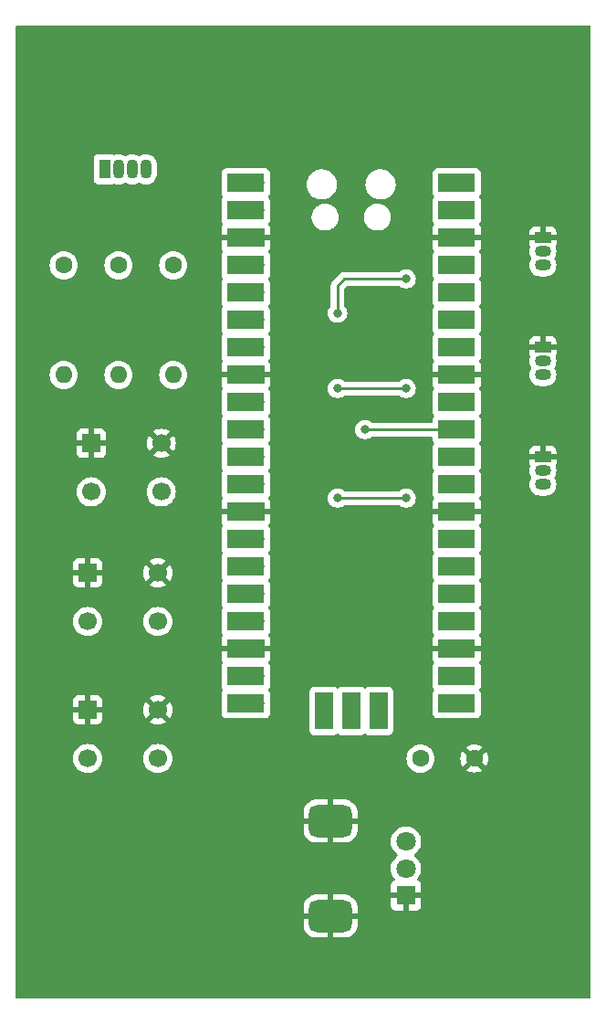
<source format=gtl>
G04 #@! TF.GenerationSoftware,KiCad,Pcbnew,7.0.9-7.0.9~ubuntu22.04.1*
G04 #@! TF.CreationDate,2023-12-23T09:44:42+09:00*
G04 #@! TF.ProjectId,Akashi-18,416b6173-6869-42d3-9138-2e6b69636164,rev?*
G04 #@! TF.SameCoordinates,Original*
G04 #@! TF.FileFunction,Copper,L1,Top*
G04 #@! TF.FilePolarity,Positive*
%FSLAX46Y46*%
G04 Gerber Fmt 4.6, Leading zero omitted, Abs format (unit mm)*
G04 Created by KiCad (PCBNEW 7.0.9-7.0.9~ubuntu22.04.1) date 2023-12-23 09:44:42*
%MOMM*%
%LPD*%
G01*
G04 APERTURE LIST*
G04 Aperture macros list*
%AMRoundRect*
0 Rectangle with rounded corners*
0 $1 Rounding radius*
0 $2 $3 $4 $5 $6 $7 $8 $9 X,Y pos of 4 corners*
0 Add a 4 corners polygon primitive as box body*
4,1,4,$2,$3,$4,$5,$6,$7,$8,$9,$2,$3,0*
0 Add four circle primitives for the rounded corners*
1,1,$1+$1,$2,$3*
1,1,$1+$1,$4,$5*
1,1,$1+$1,$6,$7*
1,1,$1+$1,$8,$9*
0 Add four rect primitives between the rounded corners*
20,1,$1+$1,$2,$3,$4,$5,0*
20,1,$1+$1,$4,$5,$6,$7,0*
20,1,$1+$1,$6,$7,$8,$9,0*
20,1,$1+$1,$8,$9,$2,$3,0*%
G04 Aperture macros list end*
G04 #@! TA.AperFunction,ComponentPad*
%ADD10R,1.070000X1.800000*%
G04 #@! TD*
G04 #@! TA.AperFunction,ComponentPad*
%ADD11O,1.070000X1.800000*%
G04 #@! TD*
G04 #@! TA.AperFunction,ComponentPad*
%ADD12C,1.600000*%
G04 #@! TD*
G04 #@! TA.AperFunction,ComponentPad*
%ADD13O,1.600000X1.600000*%
G04 #@! TD*
G04 #@! TA.AperFunction,ComponentPad*
%ADD14R,1.500000X1.050000*%
G04 #@! TD*
G04 #@! TA.AperFunction,ComponentPad*
%ADD15O,1.500000X1.050000*%
G04 #@! TD*
G04 #@! TA.AperFunction,ComponentPad*
%ADD16O,1.700000X1.700000*%
G04 #@! TD*
G04 #@! TA.AperFunction,SMDPad,CuDef*
%ADD17R,3.500000X1.700000*%
G04 #@! TD*
G04 #@! TA.AperFunction,ComponentPad*
%ADD18R,1.700000X1.700000*%
G04 #@! TD*
G04 #@! TA.AperFunction,SMDPad,CuDef*
%ADD19R,1.700000X3.500000*%
G04 #@! TD*
G04 #@! TA.AperFunction,ComponentPad*
%ADD20C,1.700000*%
G04 #@! TD*
G04 #@! TA.AperFunction,ComponentPad*
%ADD21R,1.800000X1.800000*%
G04 #@! TD*
G04 #@! TA.AperFunction,ComponentPad*
%ADD22C,1.800000*%
G04 #@! TD*
G04 #@! TA.AperFunction,ComponentPad*
%ADD23RoundRect,0.750000X1.250000X0.750000X-1.250000X0.750000X-1.250000X-0.750000X1.250000X-0.750000X0*%
G04 #@! TD*
G04 #@! TA.AperFunction,ViaPad*
%ADD24C,0.800000*%
G04 #@! TD*
G04 #@! TA.AperFunction,Conductor*
%ADD25C,0.250000*%
G04 #@! TD*
G04 APERTURE END LIST*
D10*
G04 #@! TO.P,D1,1,GK*
G04 #@! TO.N,Net-(D1-GK)*
X97795000Y-64770000D03*
D11*
G04 #@! TO.P,D1,2,BK*
G04 #@! TO.N,Net-(D1-BK)*
X99065000Y-64770000D03*
G04 #@! TO.P,D1,3,A*
G04 #@! TO.N,+5V*
X100335000Y-64770000D03*
G04 #@! TO.P,D1,4,RK*
G04 #@! TO.N,Net-(D1-RK)*
X101605000Y-64770000D03*
G04 #@! TD*
D12*
G04 #@! TO.P,R1,1*
G04 #@! TO.N,Net-(D1-RK)*
X104140000Y-73660000D03*
D13*
G04 #@! TO.P,R1,2*
G04 #@! TO.N,Net-(Q1-C)*
X104140000Y-83820000D03*
G04 #@! TD*
D14*
G04 #@! TO.P,Q1,1,E*
G04 #@! TO.N,GND*
X138430000Y-71130000D03*
D15*
G04 #@! TO.P,Q1,2,C*
G04 #@! TO.N,Net-(Q1-C)*
X138430000Y-72400000D03*
G04 #@! TO.P,Q1,3,B*
G04 #@! TO.N,/RED*
X138430000Y-73670000D03*
G04 #@! TD*
D12*
G04 #@! TO.P,R3,1*
G04 #@! TO.N,Net-(D1-BK)*
X93980000Y-73660000D03*
D13*
G04 #@! TO.P,R3,2*
G04 #@! TO.N,Net-(Q3-C)*
X93980000Y-83820000D03*
G04 #@! TD*
D14*
G04 #@! TO.P,Q2,1,E*
G04 #@! TO.N,GND*
X138430000Y-81290000D03*
D15*
G04 #@! TO.P,Q2,2,C*
G04 #@! TO.N,Net-(Q2-C)*
X138430000Y-82560000D03*
G04 #@! TO.P,Q2,3,B*
G04 #@! TO.N,/GREEN*
X138430000Y-83830000D03*
G04 #@! TD*
D12*
G04 #@! TO.P,R2,1*
G04 #@! TO.N,Net-(D1-GK)*
X99060000Y-73660000D03*
D13*
G04 #@! TO.P,R2,2*
G04 #@! TO.N,Net-(Q2-C)*
X99060000Y-83820000D03*
G04 #@! TD*
D16*
G04 #@! TO.P,U1,1,GPIO0*
G04 #@! TO.N,unconnected-(U1-GPIO0-Pad1)*
X111760000Y-66040000D03*
D17*
X110860000Y-66040000D03*
D16*
G04 #@! TO.P,U1,2,GPIO1*
G04 #@! TO.N,unconnected-(U1-GPIO1-Pad2)*
X111760000Y-68580000D03*
D17*
X110860000Y-68580000D03*
D18*
G04 #@! TO.P,U1,3,GND*
G04 #@! TO.N,GND*
X111760000Y-71120000D03*
D17*
X110860000Y-71120000D03*
D16*
G04 #@! TO.P,U1,4,GPIO2*
G04 #@! TO.N,unconnected-(U1-GPIO2-Pad4)*
X111760000Y-73660000D03*
D17*
X110860000Y-73660000D03*
D16*
G04 #@! TO.P,U1,5,GPIO3*
G04 #@! TO.N,unconnected-(U1-GPIO3-Pad5)*
X111760000Y-76200000D03*
D17*
X110860000Y-76200000D03*
D16*
G04 #@! TO.P,U1,6,GPIO4*
G04 #@! TO.N,unconnected-(U1-GPIO4-Pad6)*
X111760000Y-78740000D03*
D17*
X110860000Y-78740000D03*
D16*
G04 #@! TO.P,U1,7,GPIO5*
G04 #@! TO.N,unconnected-(U1-GPIO5-Pad7)*
X111760000Y-81280000D03*
D17*
X110860000Y-81280000D03*
D18*
G04 #@! TO.P,U1,8,GND*
G04 #@! TO.N,GND*
X111760000Y-83820000D03*
D17*
X110860000Y-83820000D03*
D16*
G04 #@! TO.P,U1,9,GPIO6*
G04 #@! TO.N,unconnected-(U1-GPIO6-Pad9)*
X111760000Y-86360000D03*
D17*
X110860000Y-86360000D03*
D16*
G04 #@! TO.P,U1,10,GPIO7*
G04 #@! TO.N,unconnected-(U1-GPIO7-Pad10)*
X111760000Y-88900000D03*
D17*
X110860000Y-88900000D03*
D16*
G04 #@! TO.P,U1,11,GPIO8*
G04 #@! TO.N,unconnected-(U1-GPIO8-Pad11)*
X111760000Y-91440000D03*
D17*
X110860000Y-91440000D03*
D16*
G04 #@! TO.P,U1,12,GPIO9*
G04 #@! TO.N,unconnected-(U1-GPIO9-Pad12)*
X111760000Y-93980000D03*
D17*
X110860000Y-93980000D03*
D18*
G04 #@! TO.P,U1,13,GND*
G04 #@! TO.N,GND*
X111760000Y-96520000D03*
D17*
X110860000Y-96520000D03*
D16*
G04 #@! TO.P,U1,14,GPIO10*
G04 #@! TO.N,unconnected-(U1-GPIO10-Pad14)*
X111760000Y-99060000D03*
D17*
X110860000Y-99060000D03*
D16*
G04 #@! TO.P,U1,15,GPIO11*
G04 #@! TO.N,Net-(U1-GPIO11)*
X111760000Y-101600000D03*
D17*
X110860000Y-101600000D03*
D16*
G04 #@! TO.P,U1,16,GPIO12*
G04 #@! TO.N,Net-(U1-GPIO12)*
X111760000Y-104140000D03*
D17*
X110860000Y-104140000D03*
D16*
G04 #@! TO.P,U1,17,GPIO13*
G04 #@! TO.N,Net-(U1-GPIO13)*
X111760000Y-106680000D03*
D17*
X110860000Y-106680000D03*
D18*
G04 #@! TO.P,U1,18,GND*
G04 #@! TO.N,GND*
X111760000Y-109220000D03*
D17*
X110860000Y-109220000D03*
D16*
G04 #@! TO.P,U1,19,GPIO14*
G04 #@! TO.N,unconnected-(U1-GPIO14-Pad19)*
X111760000Y-111760000D03*
D17*
X110860000Y-111760000D03*
D16*
G04 #@! TO.P,U1,20,GPIO15*
G04 #@! TO.N,unconnected-(U1-GPIO15-Pad20)*
X111760000Y-114300000D03*
D17*
X110860000Y-114300000D03*
D16*
G04 #@! TO.P,U1,21,GPIO16*
G04 #@! TO.N,unconnected-(U1-GPIO16-Pad21)*
X129540000Y-114300000D03*
D17*
X130440000Y-114300000D03*
D16*
G04 #@! TO.P,U1,22,GPIO17*
G04 #@! TO.N,unconnected-(U1-GPIO17-Pad22)*
X129540000Y-111760000D03*
D17*
X130440000Y-111760000D03*
D18*
G04 #@! TO.P,U1,23,GND*
G04 #@! TO.N,GND*
X129540000Y-109220000D03*
D17*
X130440000Y-109220000D03*
D16*
G04 #@! TO.P,U1,24,GPIO18*
G04 #@! TO.N,unconnected-(U1-GPIO18-Pad24)*
X129540000Y-106680000D03*
D17*
X130440000Y-106680000D03*
D16*
G04 #@! TO.P,U1,25,GPIO19*
G04 #@! TO.N,unconnected-(U1-GPIO19-Pad25)*
X129540000Y-104140000D03*
D17*
X130440000Y-104140000D03*
D16*
G04 #@! TO.P,U1,26,GPIO20*
G04 #@! TO.N,/RED*
X129540000Y-101600000D03*
D17*
X130440000Y-101600000D03*
D16*
G04 #@! TO.P,U1,27,GPIO21*
G04 #@! TO.N,/GREEN*
X129540000Y-99060000D03*
D17*
X130440000Y-99060000D03*
D18*
G04 #@! TO.P,U1,28,GND*
G04 #@! TO.N,GND*
X129540000Y-96520000D03*
D17*
X130440000Y-96520000D03*
D16*
G04 #@! TO.P,U1,29,GPIO22*
G04 #@! TO.N,/BLUE*
X129540000Y-93980000D03*
D17*
X130440000Y-93980000D03*
D16*
G04 #@! TO.P,U1,30,RUN*
G04 #@! TO.N,unconnected-(U1-RUN-Pad30)*
X129540000Y-91440000D03*
D17*
X130440000Y-91440000D03*
D16*
G04 #@! TO.P,U1,31,GPIO26_ADC0*
G04 #@! TO.N,Net-(U1-GPIO26_ADC0)*
X129540000Y-88900000D03*
D17*
X130440000Y-88900000D03*
D16*
G04 #@! TO.P,U1,32,GPIO27_ADC1*
G04 #@! TO.N,unconnected-(U1-GPIO27_ADC1-Pad32)*
X129540000Y-86360000D03*
D17*
X130440000Y-86360000D03*
D18*
G04 #@! TO.P,U1,33,AGND*
G04 #@! TO.N,GND*
X129540000Y-83820000D03*
D17*
X130440000Y-83820000D03*
D16*
G04 #@! TO.P,U1,34,GPIO28_ADC2*
G04 #@! TO.N,unconnected-(U1-GPIO28_ADC2-Pad34)*
X129540000Y-81280000D03*
D17*
X130440000Y-81280000D03*
D16*
G04 #@! TO.P,U1,35,ADC_VREF*
G04 #@! TO.N,unconnected-(U1-ADC_VREF-Pad35)*
X129540000Y-78740000D03*
D17*
X130440000Y-78740000D03*
D16*
G04 #@! TO.P,U1,36,3V3*
G04 #@! TO.N,/3V3*
X129540000Y-76200000D03*
D17*
X130440000Y-76200000D03*
D16*
G04 #@! TO.P,U1,37,3V3_EN*
G04 #@! TO.N,unconnected-(U1-3V3_EN-Pad37)*
X129540000Y-73660000D03*
D17*
X130440000Y-73660000D03*
D18*
G04 #@! TO.P,U1,38,GND*
G04 #@! TO.N,GND*
X129540000Y-71120000D03*
D17*
X130440000Y-71120000D03*
D16*
G04 #@! TO.P,U1,39,VSYS*
G04 #@! TO.N,unconnected-(U1-VSYS-Pad39)*
X129540000Y-68580000D03*
D17*
X130440000Y-68580000D03*
D16*
G04 #@! TO.P,U1,40,VBUS*
G04 #@! TO.N,+5V*
X129540000Y-66040000D03*
D17*
X130440000Y-66040000D03*
D16*
G04 #@! TO.P,U1,41,SWCLK*
G04 #@! TO.N,unconnected-(U1-SWCLK-Pad41)*
X118110000Y-114070000D03*
D19*
X118110000Y-114970000D03*
D18*
G04 #@! TO.P,U1,42,GND*
G04 #@! TO.N,unconnected-(U1-GND-Pad42)*
X120650000Y-114070000D03*
D19*
X120650000Y-114970000D03*
D16*
G04 #@! TO.P,U1,43,SWDIO*
G04 #@! TO.N,unconnected-(U1-SWDIO-Pad43)*
X123190000Y-114070000D03*
D19*
X123190000Y-114970000D03*
G04 #@! TD*
D18*
G04 #@! TO.P,SW2,1,1*
G04 #@! TO.N,GND*
X96200000Y-102180000D03*
D20*
X102700000Y-102180000D03*
G04 #@! TO.P,SW2,2,2*
G04 #@! TO.N,Net-(U1-GPIO12)*
X96200000Y-106680000D03*
X102700000Y-106680000D03*
G04 #@! TD*
D18*
G04 #@! TO.P,SW1,1,1*
G04 #@! TO.N,GND*
X96520000Y-90170000D03*
D20*
X103020000Y-90170000D03*
G04 #@! TO.P,SW1,2,2*
G04 #@! TO.N,Net-(U1-GPIO11)*
X96520000Y-94670000D03*
X103020000Y-94670000D03*
G04 #@! TD*
D14*
G04 #@! TO.P,Q3,1,E*
G04 #@! TO.N,GND*
X138430000Y-91450000D03*
D15*
G04 #@! TO.P,Q3,2,C*
G04 #@! TO.N,Net-(Q3-C)*
X138430000Y-92720000D03*
G04 #@! TO.P,Q3,3,B*
G04 #@! TO.N,/BLUE*
X138430000Y-93990000D03*
G04 #@! TD*
D12*
G04 #@! TO.P,C1,1*
G04 #@! TO.N,Net-(U1-GPIO26_ADC0)*
X127080000Y-119380000D03*
G04 #@! TO.P,C1,2*
G04 #@! TO.N,GND*
X132080000Y-119380000D03*
G04 #@! TD*
D18*
G04 #@! TO.P,SW3,1,1*
G04 #@! TO.N,GND*
X96200000Y-114880000D03*
D20*
X102700000Y-114880000D03*
G04 #@! TO.P,SW3,2,2*
G04 #@! TO.N,Net-(U1-GPIO13)*
X96200000Y-119380000D03*
X102700000Y-119380000D03*
G04 #@! TD*
D21*
G04 #@! TO.P,RV1,1,1*
G04 #@! TO.N,GND*
X125730000Y-132080000D03*
D22*
G04 #@! TO.P,RV1,2,2*
G04 #@! TO.N,Net-(U1-GPIO26_ADC0)*
X125730000Y-129580000D03*
G04 #@! TO.P,RV1,3,3*
G04 #@! TO.N,/3V3*
X125730000Y-127080000D03*
D23*
G04 #@! TO.P,RV1,MP,MountPin*
G04 #@! TO.N,GND*
X118730000Y-133980000D03*
X118730000Y-125180000D03*
G04 #@! TD*
D24*
G04 #@! TO.N,Net-(Q1-C)*
X125730000Y-74930000D03*
X119380000Y-78105000D03*
G04 #@! TO.N,Net-(Q2-C)*
X119380000Y-85090000D03*
X125730000Y-85090000D03*
G04 #@! TO.N,Net-(Q3-C)*
X125730000Y-95250000D03*
X119380000Y-95250000D03*
G04 #@! TO.N,Net-(U1-GPIO26_ADC0)*
X121920000Y-88900000D03*
G04 #@! TD*
D25*
G04 #@! TO.N,Net-(Q1-C)*
X120015000Y-74930000D02*
X125730000Y-74930000D01*
X120015000Y-74930000D02*
X119380000Y-75565000D01*
X119380000Y-78105000D02*
X119380000Y-75565000D01*
G04 #@! TO.N,Net-(Q2-C)*
X125730000Y-85090000D02*
X119380000Y-85090000D01*
G04 #@! TO.N,Net-(Q3-C)*
X119380000Y-95250000D02*
X125730000Y-95250000D01*
G04 #@! TO.N,Net-(U1-GPIO26_ADC0)*
X129540000Y-88900000D02*
X121920000Y-88900000D01*
G04 #@! TD*
G04 #@! TA.AperFunction,Conductor*
G04 #@! TO.N,GND*
G36*
X142818039Y-51454685D02*
G01*
X142863794Y-51507489D01*
X142875000Y-51559000D01*
X142875000Y-141481000D01*
X142855315Y-141548039D01*
X142802511Y-141593794D01*
X142751000Y-141605000D01*
X89659000Y-141605000D01*
X89591961Y-141585315D01*
X89546206Y-141532511D01*
X89535000Y-141481000D01*
X89535000Y-133730000D01*
X116230000Y-133730000D01*
X117713033Y-133730000D01*
X117680000Y-133885406D01*
X117680000Y-134074594D01*
X117713033Y-134230000D01*
X116230001Y-134230000D01*
X116230001Y-134794192D01*
X116240400Y-134926332D01*
X116295377Y-135144519D01*
X116388428Y-135349374D01*
X116388431Y-135349380D01*
X116516559Y-135534323D01*
X116516569Y-135534335D01*
X116675664Y-135693430D01*
X116675676Y-135693440D01*
X116860619Y-135821568D01*
X116860625Y-135821571D01*
X117065480Y-135914622D01*
X117283667Y-135969599D01*
X117415807Y-135980000D01*
X118479999Y-135979999D01*
X118480000Y-135979998D01*
X118480000Y-134874446D01*
X118532836Y-134880000D01*
X118927164Y-134880000D01*
X118980000Y-134874446D01*
X118980000Y-135979999D01*
X120044192Y-135979999D01*
X120176332Y-135969599D01*
X120394519Y-135914622D01*
X120599374Y-135821571D01*
X120599380Y-135821568D01*
X120784323Y-135693440D01*
X120784335Y-135693430D01*
X120943430Y-135534335D01*
X120943440Y-135534323D01*
X121071568Y-135349380D01*
X121071571Y-135349374D01*
X121164622Y-135144519D01*
X121219599Y-134926332D01*
X121230000Y-134794194D01*
X121230000Y-134230000D01*
X119746967Y-134230000D01*
X119780000Y-134074594D01*
X119780000Y-133885406D01*
X119746967Y-133730000D01*
X121229999Y-133730000D01*
X121229999Y-133165808D01*
X121219599Y-133033667D01*
X121164622Y-132815480D01*
X121071571Y-132610625D01*
X121071568Y-132610619D01*
X120943440Y-132425676D01*
X120943430Y-132425664D01*
X120784335Y-132266569D01*
X120784323Y-132266559D01*
X120599380Y-132138431D01*
X120599374Y-132138428D01*
X120394519Y-132045377D01*
X120176332Y-131990400D01*
X120044194Y-131980000D01*
X118980000Y-131980000D01*
X118980000Y-133085553D01*
X118927164Y-133080000D01*
X118532836Y-133080000D01*
X118480000Y-133085553D01*
X118480000Y-131980000D01*
X118479999Y-131980000D01*
X117415808Y-131980001D01*
X117283667Y-131990400D01*
X117065480Y-132045377D01*
X116860625Y-132138428D01*
X116860619Y-132138431D01*
X116675676Y-132266559D01*
X116675664Y-132266569D01*
X116516569Y-132425664D01*
X116516559Y-132425676D01*
X116388431Y-132610619D01*
X116388428Y-132610625D01*
X116295377Y-132815480D01*
X116240400Y-133033667D01*
X116230000Y-133165806D01*
X116230000Y-133730000D01*
X89535000Y-133730000D01*
X89535000Y-129580006D01*
X124324700Y-129580006D01*
X124343864Y-129811297D01*
X124343866Y-129811308D01*
X124400842Y-130036300D01*
X124494075Y-130248848D01*
X124621016Y-130443147D01*
X124621019Y-130443150D01*
X124621021Y-130443153D01*
X124688757Y-130516734D01*
X124719678Y-130579387D01*
X124711818Y-130648813D01*
X124667670Y-130702968D01*
X124640861Y-130716896D01*
X124587916Y-130736644D01*
X124587906Y-130736649D01*
X124472812Y-130822809D01*
X124472809Y-130822812D01*
X124386649Y-130937906D01*
X124386645Y-130937913D01*
X124336403Y-131072620D01*
X124336401Y-131072627D01*
X124330000Y-131132155D01*
X124330000Y-131830000D01*
X125296314Y-131830000D01*
X125270507Y-131870156D01*
X125230000Y-132008111D01*
X125230000Y-132151889D01*
X125270507Y-132289844D01*
X125296314Y-132330000D01*
X124330000Y-132330000D01*
X124330000Y-133027844D01*
X124336401Y-133087372D01*
X124336403Y-133087379D01*
X124386645Y-133222086D01*
X124386649Y-133222093D01*
X124472809Y-133337187D01*
X124472812Y-133337190D01*
X124587906Y-133423350D01*
X124587913Y-133423354D01*
X124722620Y-133473596D01*
X124722627Y-133473598D01*
X124782155Y-133479999D01*
X124782172Y-133480000D01*
X125480000Y-133480000D01*
X125480000Y-132515501D01*
X125587685Y-132564680D01*
X125694237Y-132580000D01*
X125765763Y-132580000D01*
X125872315Y-132564680D01*
X125980000Y-132515501D01*
X125980000Y-133480000D01*
X126677828Y-133480000D01*
X126677844Y-133479999D01*
X126737372Y-133473598D01*
X126737379Y-133473596D01*
X126872086Y-133423354D01*
X126872093Y-133423350D01*
X126987187Y-133337190D01*
X126987190Y-133337187D01*
X127073350Y-133222093D01*
X127073354Y-133222086D01*
X127123596Y-133087379D01*
X127123598Y-133087372D01*
X127129999Y-133027844D01*
X127130000Y-133027827D01*
X127130000Y-132330000D01*
X126163686Y-132330000D01*
X126189493Y-132289844D01*
X126230000Y-132151889D01*
X126230000Y-132008111D01*
X126189493Y-131870156D01*
X126163686Y-131830000D01*
X127130000Y-131830000D01*
X127130000Y-131132172D01*
X127129999Y-131132155D01*
X127123598Y-131072627D01*
X127123596Y-131072620D01*
X127073354Y-130937913D01*
X127073350Y-130937906D01*
X126987190Y-130822812D01*
X126987187Y-130822809D01*
X126872093Y-130736649D01*
X126872084Y-130736644D01*
X126819138Y-130716896D01*
X126763205Y-130675025D01*
X126738789Y-130609560D01*
X126753641Y-130541287D01*
X126771240Y-130516737D01*
X126838979Y-130443153D01*
X126965924Y-130248849D01*
X127059157Y-130036300D01*
X127116134Y-129811305D01*
X127135300Y-129580000D01*
X127135300Y-129579993D01*
X127116135Y-129348702D01*
X127116133Y-129348691D01*
X127059157Y-129123699D01*
X126965924Y-128911151D01*
X126838983Y-128716852D01*
X126838980Y-128716849D01*
X126838979Y-128716847D01*
X126681784Y-128546087D01*
X126529876Y-128427852D01*
X126489064Y-128371143D01*
X126485389Y-128301370D01*
X126520020Y-128240687D01*
X126529876Y-128232147D01*
X126681784Y-128113913D01*
X126838979Y-127943153D01*
X126965924Y-127748849D01*
X127059157Y-127536300D01*
X127116134Y-127311305D01*
X127127014Y-127179999D01*
X127135300Y-127080006D01*
X127135300Y-127079993D01*
X127116135Y-126848702D01*
X127116133Y-126848691D01*
X127059157Y-126623699D01*
X126965924Y-126411151D01*
X126838983Y-126216852D01*
X126838980Y-126216849D01*
X126838979Y-126216847D01*
X126681784Y-126046087D01*
X126681779Y-126046083D01*
X126681777Y-126046081D01*
X126498634Y-125903535D01*
X126498628Y-125903531D01*
X126294504Y-125793064D01*
X126294495Y-125793061D01*
X126074984Y-125717702D01*
X125903282Y-125689050D01*
X125846049Y-125679500D01*
X125613951Y-125679500D01*
X125568164Y-125687140D01*
X125385015Y-125717702D01*
X125165504Y-125793061D01*
X125165495Y-125793064D01*
X124961371Y-125903531D01*
X124961365Y-125903535D01*
X124778222Y-126046081D01*
X124778219Y-126046084D01*
X124621016Y-126216852D01*
X124494075Y-126411151D01*
X124400842Y-126623699D01*
X124343866Y-126848691D01*
X124343864Y-126848702D01*
X124324700Y-127079993D01*
X124324700Y-127080006D01*
X124343864Y-127311297D01*
X124343866Y-127311308D01*
X124400842Y-127536300D01*
X124494075Y-127748848D01*
X124621016Y-127943147D01*
X124621019Y-127943151D01*
X124621021Y-127943153D01*
X124778216Y-128113913D01*
X124778219Y-128113915D01*
X124778222Y-128113918D01*
X124930122Y-128232147D01*
X124970935Y-128288857D01*
X124974610Y-128358630D01*
X124939978Y-128419313D01*
X124930122Y-128427853D01*
X124778222Y-128546081D01*
X124778219Y-128546084D01*
X124621016Y-128716852D01*
X124494075Y-128911151D01*
X124400842Y-129123699D01*
X124343866Y-129348691D01*
X124343864Y-129348702D01*
X124324700Y-129579993D01*
X124324700Y-129580006D01*
X89535000Y-129580006D01*
X89535000Y-124930000D01*
X116230000Y-124930000D01*
X117713033Y-124930000D01*
X117680000Y-125085406D01*
X117680000Y-125274594D01*
X117713033Y-125430000D01*
X116230001Y-125430000D01*
X116230001Y-125994192D01*
X116240400Y-126126332D01*
X116295377Y-126344519D01*
X116388428Y-126549374D01*
X116388431Y-126549380D01*
X116516559Y-126734323D01*
X116516569Y-126734335D01*
X116675664Y-126893430D01*
X116675676Y-126893440D01*
X116860619Y-127021568D01*
X116860625Y-127021571D01*
X117065480Y-127114622D01*
X117283667Y-127169599D01*
X117415807Y-127180000D01*
X118479999Y-127179999D01*
X118480000Y-127179998D01*
X118480000Y-126074446D01*
X118532836Y-126080000D01*
X118927164Y-126080000D01*
X118980000Y-126074446D01*
X118980000Y-127179999D01*
X120044192Y-127179999D01*
X120176332Y-127169599D01*
X120394519Y-127114622D01*
X120599374Y-127021571D01*
X120599380Y-127021568D01*
X120784323Y-126893440D01*
X120784335Y-126893430D01*
X120943430Y-126734335D01*
X120943440Y-126734323D01*
X121071568Y-126549380D01*
X121071571Y-126549374D01*
X121164622Y-126344519D01*
X121219599Y-126126332D01*
X121230000Y-125994194D01*
X121230000Y-125430000D01*
X119746967Y-125430000D01*
X119780000Y-125274594D01*
X119780000Y-125085406D01*
X119746967Y-124930000D01*
X121229999Y-124930000D01*
X121229999Y-124365808D01*
X121219599Y-124233667D01*
X121164622Y-124015480D01*
X121071571Y-123810625D01*
X121071568Y-123810619D01*
X120943440Y-123625676D01*
X120943430Y-123625664D01*
X120784335Y-123466569D01*
X120784323Y-123466559D01*
X120599380Y-123338431D01*
X120599374Y-123338428D01*
X120394519Y-123245377D01*
X120176332Y-123190400D01*
X120044194Y-123180000D01*
X118980000Y-123180000D01*
X118980000Y-124285553D01*
X118927164Y-124280000D01*
X118532836Y-124280000D01*
X118480000Y-124285553D01*
X118480000Y-123180000D01*
X118479999Y-123180000D01*
X117415808Y-123180001D01*
X117283667Y-123190400D01*
X117065480Y-123245377D01*
X116860625Y-123338428D01*
X116860619Y-123338431D01*
X116675676Y-123466559D01*
X116675664Y-123466569D01*
X116516569Y-123625664D01*
X116516559Y-123625676D01*
X116388431Y-123810619D01*
X116388428Y-123810625D01*
X116295377Y-124015480D01*
X116240400Y-124233667D01*
X116230000Y-124365806D01*
X116230000Y-124930000D01*
X89535000Y-124930000D01*
X89535000Y-119380000D01*
X94844341Y-119380000D01*
X94864936Y-119615403D01*
X94864938Y-119615413D01*
X94926094Y-119843655D01*
X94926096Y-119843659D01*
X94926097Y-119843663D01*
X95014262Y-120032732D01*
X95025965Y-120057830D01*
X95025967Y-120057834D01*
X95059324Y-120105472D01*
X95161505Y-120251401D01*
X95328599Y-120418495D01*
X95425384Y-120486265D01*
X95522165Y-120554032D01*
X95522167Y-120554033D01*
X95522170Y-120554035D01*
X95736337Y-120653903D01*
X95964592Y-120715063D01*
X96152918Y-120731539D01*
X96199999Y-120735659D01*
X96200000Y-120735659D01*
X96200001Y-120735659D01*
X96239234Y-120732226D01*
X96435408Y-120715063D01*
X96663663Y-120653903D01*
X96877830Y-120554035D01*
X97071401Y-120418495D01*
X97238495Y-120251401D01*
X97374035Y-120057830D01*
X97473903Y-119843663D01*
X97535063Y-119615408D01*
X97555659Y-119380000D01*
X101344341Y-119380000D01*
X101364936Y-119615403D01*
X101364938Y-119615413D01*
X101426094Y-119843655D01*
X101426096Y-119843659D01*
X101426097Y-119843663D01*
X101514262Y-120032732D01*
X101525965Y-120057830D01*
X101525967Y-120057834D01*
X101559324Y-120105472D01*
X101661505Y-120251401D01*
X101828599Y-120418495D01*
X101925384Y-120486265D01*
X102022165Y-120554032D01*
X102022167Y-120554033D01*
X102022170Y-120554035D01*
X102236337Y-120653903D01*
X102464592Y-120715063D01*
X102652918Y-120731539D01*
X102699999Y-120735659D01*
X102700000Y-120735659D01*
X102700001Y-120735659D01*
X102739234Y-120732226D01*
X102935408Y-120715063D01*
X103163663Y-120653903D01*
X103377830Y-120554035D01*
X103571401Y-120418495D01*
X103738495Y-120251401D01*
X103874035Y-120057830D01*
X103973903Y-119843663D01*
X104035063Y-119615408D01*
X104055659Y-119380001D01*
X125774532Y-119380001D01*
X125794364Y-119606686D01*
X125794366Y-119606697D01*
X125853258Y-119826488D01*
X125853261Y-119826497D01*
X125949431Y-120032732D01*
X125949432Y-120032734D01*
X126079954Y-120219141D01*
X126240858Y-120380045D01*
X126240861Y-120380047D01*
X126427266Y-120510568D01*
X126633504Y-120606739D01*
X126853308Y-120665635D01*
X127015230Y-120679801D01*
X127079998Y-120685468D01*
X127080000Y-120685468D01*
X127080002Y-120685468D01*
X127136673Y-120680509D01*
X127306692Y-120665635D01*
X127526496Y-120606739D01*
X127732734Y-120510568D01*
X127919139Y-120380047D01*
X128080047Y-120219139D01*
X128210568Y-120032734D01*
X128306739Y-119826496D01*
X128365635Y-119606692D01*
X128385468Y-119380002D01*
X130775034Y-119380002D01*
X130794858Y-119606599D01*
X130794860Y-119606610D01*
X130853730Y-119826317D01*
X130853734Y-119826326D01*
X130949865Y-120032481D01*
X130949866Y-120032483D01*
X131000973Y-120105471D01*
X131000974Y-120105472D01*
X131682046Y-119424399D01*
X131694835Y-119505148D01*
X131752359Y-119618045D01*
X131841955Y-119707641D01*
X131954852Y-119765165D01*
X132035599Y-119777953D01*
X131354526Y-120459025D01*
X131354526Y-120459026D01*
X131427512Y-120510131D01*
X131427516Y-120510133D01*
X131633673Y-120606265D01*
X131633682Y-120606269D01*
X131853389Y-120665139D01*
X131853400Y-120665141D01*
X132079998Y-120684966D01*
X132080002Y-120684966D01*
X132306599Y-120665141D01*
X132306610Y-120665139D01*
X132526317Y-120606269D01*
X132526331Y-120606264D01*
X132732478Y-120510136D01*
X132805472Y-120459025D01*
X132124401Y-119777953D01*
X132205148Y-119765165D01*
X132318045Y-119707641D01*
X132407641Y-119618045D01*
X132465165Y-119505148D01*
X132477953Y-119424400D01*
X133159025Y-120105472D01*
X133210136Y-120032478D01*
X133306264Y-119826331D01*
X133306269Y-119826317D01*
X133365139Y-119606610D01*
X133365141Y-119606599D01*
X133384966Y-119380002D01*
X133384966Y-119379997D01*
X133365141Y-119153400D01*
X133365139Y-119153389D01*
X133306269Y-118933682D01*
X133306265Y-118933673D01*
X133210133Y-118727516D01*
X133210131Y-118727512D01*
X133159026Y-118654526D01*
X133159025Y-118654526D01*
X132477953Y-119335598D01*
X132465165Y-119254852D01*
X132407641Y-119141955D01*
X132318045Y-119052359D01*
X132205148Y-118994835D01*
X132124400Y-118982046D01*
X132805472Y-118300974D01*
X132805471Y-118300973D01*
X132732483Y-118249866D01*
X132732481Y-118249865D01*
X132526326Y-118153734D01*
X132526317Y-118153730D01*
X132306610Y-118094860D01*
X132306599Y-118094858D01*
X132080002Y-118075034D01*
X132079998Y-118075034D01*
X131853400Y-118094858D01*
X131853389Y-118094860D01*
X131633682Y-118153730D01*
X131633673Y-118153734D01*
X131427513Y-118249868D01*
X131354527Y-118300972D01*
X131354526Y-118300973D01*
X132035600Y-118982046D01*
X131954852Y-118994835D01*
X131841955Y-119052359D01*
X131752359Y-119141955D01*
X131694835Y-119254852D01*
X131682046Y-119335599D01*
X131000973Y-118654526D01*
X131000972Y-118654527D01*
X130949868Y-118727513D01*
X130853734Y-118933673D01*
X130853730Y-118933682D01*
X130794860Y-119153389D01*
X130794858Y-119153400D01*
X130775034Y-119379997D01*
X130775034Y-119380002D01*
X128385468Y-119380002D01*
X128385468Y-119380000D01*
X128365635Y-119153308D01*
X128306739Y-118933504D01*
X128210568Y-118727266D01*
X128080047Y-118540861D01*
X128080045Y-118540858D01*
X127919141Y-118379954D01*
X127732734Y-118249432D01*
X127732732Y-118249431D01*
X127526497Y-118153261D01*
X127526488Y-118153258D01*
X127306697Y-118094366D01*
X127306693Y-118094365D01*
X127306692Y-118094365D01*
X127306691Y-118094364D01*
X127306686Y-118094364D01*
X127080002Y-118074532D01*
X127079998Y-118074532D01*
X126853313Y-118094364D01*
X126853302Y-118094366D01*
X126633511Y-118153258D01*
X126633502Y-118153261D01*
X126427267Y-118249431D01*
X126427265Y-118249432D01*
X126240858Y-118379954D01*
X126079954Y-118540858D01*
X125949432Y-118727265D01*
X125949431Y-118727267D01*
X125853261Y-118933502D01*
X125853258Y-118933511D01*
X125794366Y-119153302D01*
X125794364Y-119153313D01*
X125774532Y-119379998D01*
X125774532Y-119380001D01*
X104055659Y-119380001D01*
X104055659Y-119380000D01*
X104035063Y-119144592D01*
X103973903Y-118916337D01*
X103874035Y-118702171D01*
X103840675Y-118654527D01*
X103738494Y-118508597D01*
X103571402Y-118341506D01*
X103571395Y-118341501D01*
X103377834Y-118205967D01*
X103377830Y-118205965D01*
X103377828Y-118205964D01*
X103163663Y-118106097D01*
X103163659Y-118106096D01*
X103163655Y-118106094D01*
X102935413Y-118044938D01*
X102935403Y-118044936D01*
X102700001Y-118024341D01*
X102699999Y-118024341D01*
X102464596Y-118044936D01*
X102464586Y-118044938D01*
X102236344Y-118106094D01*
X102236335Y-118106098D01*
X102022171Y-118205964D01*
X102022169Y-118205965D01*
X101828597Y-118341505D01*
X101661505Y-118508597D01*
X101525965Y-118702169D01*
X101525964Y-118702171D01*
X101426098Y-118916335D01*
X101426094Y-118916344D01*
X101364938Y-119144586D01*
X101364936Y-119144596D01*
X101344341Y-119379999D01*
X101344341Y-119380000D01*
X97555659Y-119380000D01*
X97535063Y-119144592D01*
X97473903Y-118916337D01*
X97374035Y-118702171D01*
X97340675Y-118654527D01*
X97238494Y-118508597D01*
X97071402Y-118341506D01*
X97071395Y-118341501D01*
X96877834Y-118205967D01*
X96877830Y-118205965D01*
X96877828Y-118205964D01*
X96663663Y-118106097D01*
X96663659Y-118106096D01*
X96663655Y-118106094D01*
X96435413Y-118044938D01*
X96435403Y-118044936D01*
X96200001Y-118024341D01*
X96199999Y-118024341D01*
X95964596Y-118044936D01*
X95964586Y-118044938D01*
X95736344Y-118106094D01*
X95736335Y-118106098D01*
X95522171Y-118205964D01*
X95522169Y-118205965D01*
X95328597Y-118341505D01*
X95161505Y-118508597D01*
X95025965Y-118702169D01*
X95025964Y-118702171D01*
X94926098Y-118916335D01*
X94926094Y-118916344D01*
X94864938Y-119144586D01*
X94864936Y-119144596D01*
X94844341Y-119379999D01*
X94844341Y-119380000D01*
X89535000Y-119380000D01*
X89535000Y-115777844D01*
X94850000Y-115777844D01*
X94856401Y-115837372D01*
X94856403Y-115837379D01*
X94906645Y-115972086D01*
X94906649Y-115972093D01*
X94992809Y-116087187D01*
X94992812Y-116087190D01*
X95107906Y-116173350D01*
X95107913Y-116173354D01*
X95242620Y-116223596D01*
X95242627Y-116223598D01*
X95302155Y-116229999D01*
X95302172Y-116230000D01*
X95950000Y-116230000D01*
X95950000Y-115315501D01*
X96057685Y-115364680D01*
X96164237Y-115380000D01*
X96235763Y-115380000D01*
X96342315Y-115364680D01*
X96450000Y-115315501D01*
X96450000Y-116230000D01*
X97097828Y-116230000D01*
X97097844Y-116229999D01*
X97157372Y-116223598D01*
X97157379Y-116223596D01*
X97292086Y-116173354D01*
X97292093Y-116173350D01*
X97407187Y-116087190D01*
X97407190Y-116087187D01*
X97493350Y-115972093D01*
X97493354Y-115972086D01*
X97543596Y-115837379D01*
X97543598Y-115837372D01*
X97549999Y-115777844D01*
X97550000Y-115777827D01*
X97550000Y-115130000D01*
X96633686Y-115130000D01*
X96659493Y-115089844D01*
X96700000Y-114951889D01*
X96700000Y-114880001D01*
X101344843Y-114880001D01*
X101365430Y-115115315D01*
X101365432Y-115115326D01*
X101426566Y-115343483D01*
X101426570Y-115343492D01*
X101526400Y-115557579D01*
X101526402Y-115557583D01*
X101585072Y-115641373D01*
X101585073Y-115641373D01*
X102216923Y-115009523D01*
X102240507Y-115089844D01*
X102318239Y-115210798D01*
X102426900Y-115304952D01*
X102557685Y-115364680D01*
X102567466Y-115366086D01*
X101938625Y-115994925D01*
X102022421Y-116053599D01*
X102236507Y-116153429D01*
X102236516Y-116153433D01*
X102464673Y-116214567D01*
X102464684Y-116214569D01*
X102699998Y-116235157D01*
X102700002Y-116235157D01*
X102935315Y-116214569D01*
X102935326Y-116214567D01*
X103163483Y-116153433D01*
X103163492Y-116153429D01*
X103377578Y-116053600D01*
X103377582Y-116053598D01*
X103461373Y-115994926D01*
X103461373Y-115994925D01*
X102832533Y-115366086D01*
X102842315Y-115364680D01*
X102973100Y-115304952D01*
X103081761Y-115210798D01*
X103159493Y-115089844D01*
X103183076Y-115009524D01*
X103814925Y-115641373D01*
X103814926Y-115641373D01*
X103873598Y-115557582D01*
X103873600Y-115557578D01*
X103973429Y-115343492D01*
X103973433Y-115343483D01*
X104012450Y-115197870D01*
X108609500Y-115197870D01*
X108609501Y-115197876D01*
X108615908Y-115257483D01*
X108666202Y-115392328D01*
X108666206Y-115392335D01*
X108752452Y-115507544D01*
X108752455Y-115507547D01*
X108867664Y-115593793D01*
X108867671Y-115593797D01*
X109002517Y-115644091D01*
X109002516Y-115644091D01*
X109009444Y-115644835D01*
X109062127Y-115650500D01*
X111698317Y-115650499D01*
X111703721Y-115650734D01*
X111726774Y-115652751D01*
X111759999Y-115655659D01*
X111759999Y-115655658D01*
X111760000Y-115655659D01*
X111816280Y-115650734D01*
X111821682Y-115650499D01*
X112657871Y-115650499D01*
X112657872Y-115650499D01*
X112717483Y-115644091D01*
X112852331Y-115593796D01*
X112967546Y-115507546D01*
X113053796Y-115392331D01*
X113104091Y-115257483D01*
X113110500Y-115197873D01*
X113110499Y-114361677D01*
X113110735Y-114356272D01*
X113115659Y-114300000D01*
X113115659Y-114299999D01*
X113110735Y-114243726D01*
X113110499Y-114238319D01*
X113110499Y-114070001D01*
X116754341Y-114070001D01*
X116759264Y-114126269D01*
X116759500Y-114131675D01*
X116759500Y-116767870D01*
X116759501Y-116767876D01*
X116765908Y-116827483D01*
X116816202Y-116962328D01*
X116816206Y-116962335D01*
X116902452Y-117077544D01*
X116902455Y-117077547D01*
X117017664Y-117163793D01*
X117017671Y-117163797D01*
X117152517Y-117214091D01*
X117152516Y-117214091D01*
X117159444Y-117214835D01*
X117212127Y-117220500D01*
X119007872Y-117220499D01*
X119067483Y-117214091D01*
X119202331Y-117163796D01*
X119305690Y-117086421D01*
X119371152Y-117062004D01*
X119439425Y-117076855D01*
X119454303Y-117086416D01*
X119557665Y-117163793D01*
X119557668Y-117163795D01*
X119557671Y-117163797D01*
X119692517Y-117214091D01*
X119692516Y-117214091D01*
X119699444Y-117214835D01*
X119752127Y-117220500D01*
X121547872Y-117220499D01*
X121607483Y-117214091D01*
X121742331Y-117163796D01*
X121845690Y-117086421D01*
X121911152Y-117062004D01*
X121979425Y-117076855D01*
X121994303Y-117086416D01*
X122097665Y-117163793D01*
X122097668Y-117163795D01*
X122097671Y-117163797D01*
X122232517Y-117214091D01*
X122232516Y-117214091D01*
X122239444Y-117214835D01*
X122292127Y-117220500D01*
X124087872Y-117220499D01*
X124147483Y-117214091D01*
X124282331Y-117163796D01*
X124397546Y-117077546D01*
X124483796Y-116962331D01*
X124534091Y-116827483D01*
X124540500Y-116767873D01*
X124540499Y-114131675D01*
X124540735Y-114126274D01*
X124540736Y-114126269D01*
X124545659Y-114070000D01*
X124540734Y-114013720D01*
X124540499Y-114008316D01*
X124540499Y-113172129D01*
X124540498Y-113172123D01*
X124540497Y-113172116D01*
X124534091Y-113112517D01*
X124531030Y-113104311D01*
X124483797Y-112977671D01*
X124483793Y-112977664D01*
X124397547Y-112862455D01*
X124397544Y-112862452D01*
X124282335Y-112776206D01*
X124282328Y-112776202D01*
X124147482Y-112725908D01*
X124147483Y-112725908D01*
X124087883Y-112719501D01*
X124087881Y-112719500D01*
X124087873Y-112719500D01*
X124087865Y-112719500D01*
X123251677Y-112719500D01*
X123246275Y-112719264D01*
X123215849Y-112716602D01*
X123190002Y-112714341D01*
X123189999Y-112714341D01*
X123172750Y-112715849D01*
X123133722Y-112719264D01*
X123128322Y-112719500D01*
X122292129Y-112719500D01*
X122292123Y-112719501D01*
X122232516Y-112725908D01*
X122097671Y-112776202D01*
X122097669Y-112776203D01*
X121994311Y-112853578D01*
X121928847Y-112877995D01*
X121860574Y-112863144D01*
X121845689Y-112853578D01*
X121742330Y-112776203D01*
X121742328Y-112776202D01*
X121607482Y-112725908D01*
X121607483Y-112725908D01*
X121547883Y-112719501D01*
X121547881Y-112719500D01*
X121547873Y-112719500D01*
X121547864Y-112719500D01*
X119752129Y-112719500D01*
X119752123Y-112719501D01*
X119692516Y-112725908D01*
X119557671Y-112776202D01*
X119557669Y-112776203D01*
X119454311Y-112853578D01*
X119388847Y-112877995D01*
X119320574Y-112863144D01*
X119305689Y-112853578D01*
X119202330Y-112776203D01*
X119202328Y-112776202D01*
X119067482Y-112725908D01*
X119067483Y-112725908D01*
X119007883Y-112719501D01*
X119007881Y-112719500D01*
X119007873Y-112719500D01*
X119007865Y-112719500D01*
X118171677Y-112719500D01*
X118166275Y-112719264D01*
X118135849Y-112716602D01*
X118110002Y-112714341D01*
X118109999Y-112714341D01*
X118092750Y-112715849D01*
X118053722Y-112719264D01*
X118048322Y-112719500D01*
X117212129Y-112719500D01*
X117212123Y-112719501D01*
X117152516Y-112725908D01*
X117017671Y-112776202D01*
X117017664Y-112776206D01*
X116902455Y-112862452D01*
X116902452Y-112862455D01*
X116816206Y-112977664D01*
X116816202Y-112977671D01*
X116765908Y-113112517D01*
X116759501Y-113172116D01*
X116759501Y-113172123D01*
X116759500Y-113172135D01*
X116759500Y-114008324D01*
X116759264Y-114013730D01*
X116754341Y-114069998D01*
X116754341Y-114070001D01*
X113110499Y-114070001D01*
X113110499Y-113402129D01*
X113110498Y-113402123D01*
X113110497Y-113402116D01*
X113104091Y-113342517D01*
X113053796Y-113207669D01*
X112976421Y-113104309D01*
X112952004Y-113038848D01*
X112966855Y-112970575D01*
X112976416Y-112955696D01*
X113053796Y-112852331D01*
X113104091Y-112717483D01*
X113110500Y-112657873D01*
X113110499Y-111821677D01*
X113110735Y-111816272D01*
X113115659Y-111760000D01*
X113115659Y-111759999D01*
X113110735Y-111703726D01*
X113110499Y-111698319D01*
X113110499Y-110862129D01*
X113110498Y-110862123D01*
X113110497Y-110862116D01*
X113104091Y-110802517D01*
X113053796Y-110667669D01*
X112976109Y-110563893D01*
X112951692Y-110498430D01*
X112966543Y-110430157D01*
X112976110Y-110415271D01*
X113053352Y-110312089D01*
X113053354Y-110312086D01*
X113103596Y-110177379D01*
X113103598Y-110177372D01*
X113109999Y-110117844D01*
X113110000Y-110117827D01*
X113110000Y-109470000D01*
X112205572Y-109470000D01*
X112228682Y-109434040D01*
X112270000Y-109293327D01*
X112270000Y-109146673D01*
X112228682Y-109005960D01*
X112205572Y-108970000D01*
X113110000Y-108970000D01*
X113110000Y-108322172D01*
X113109999Y-108322155D01*
X113103598Y-108262627D01*
X113103596Y-108262620D01*
X113053354Y-108127913D01*
X113053352Y-108127910D01*
X112976110Y-108024729D01*
X112951692Y-107959265D01*
X112966543Y-107890992D01*
X112976105Y-107876111D01*
X113053796Y-107772331D01*
X113104091Y-107637483D01*
X113110500Y-107577873D01*
X113110499Y-106741677D01*
X113110735Y-106736272D01*
X113115659Y-106680000D01*
X113115659Y-106679999D01*
X113110735Y-106623726D01*
X113110499Y-106618319D01*
X113110499Y-105782129D01*
X113110498Y-105782123D01*
X113110497Y-105782116D01*
X113104091Y-105722517D01*
X113053796Y-105587669D01*
X112976421Y-105484309D01*
X112952004Y-105418848D01*
X112966855Y-105350575D01*
X112976416Y-105335696D01*
X113053796Y-105232331D01*
X113104091Y-105097483D01*
X113110500Y-105037873D01*
X113110499Y-104201677D01*
X113110735Y-104196272D01*
X113115659Y-104140000D01*
X113115659Y-104139999D01*
X113110735Y-104083726D01*
X113110499Y-104078319D01*
X113110499Y-103242129D01*
X113110498Y-103242123D01*
X113110497Y-103242116D01*
X113104091Y-103182517D01*
X113053796Y-103047669D01*
X112976421Y-102944309D01*
X112952004Y-102878848D01*
X112966855Y-102810575D01*
X112976416Y-102795696D01*
X113053796Y-102692331D01*
X113104091Y-102557483D01*
X113110500Y-102497873D01*
X113110499Y-101661677D01*
X113110735Y-101656272D01*
X113115659Y-101600000D01*
X113115659Y-101599999D01*
X113110735Y-101543726D01*
X113110499Y-101538319D01*
X113110499Y-100702129D01*
X113110498Y-100702123D01*
X113110497Y-100702116D01*
X113104091Y-100642517D01*
X113053796Y-100507669D01*
X112976421Y-100404309D01*
X112952004Y-100338848D01*
X112966855Y-100270575D01*
X112976416Y-100255696D01*
X113053796Y-100152331D01*
X113104091Y-100017483D01*
X113110500Y-99957873D01*
X113110499Y-99121677D01*
X113110735Y-99116272D01*
X113115659Y-99060000D01*
X113115659Y-99059999D01*
X113110735Y-99003726D01*
X113110499Y-98998319D01*
X113110499Y-98162129D01*
X113110498Y-98162123D01*
X113110497Y-98162116D01*
X113104091Y-98102517D01*
X113053796Y-97967669D01*
X112976109Y-97863893D01*
X112951692Y-97798430D01*
X112966543Y-97730157D01*
X112976110Y-97715271D01*
X113053352Y-97612089D01*
X113053354Y-97612086D01*
X113103596Y-97477379D01*
X113103598Y-97477372D01*
X113109999Y-97417844D01*
X113110000Y-97417827D01*
X113110000Y-96770000D01*
X112205572Y-96770000D01*
X112228682Y-96734040D01*
X112270000Y-96593327D01*
X112270000Y-96446673D01*
X112228682Y-96305960D01*
X112205572Y-96270000D01*
X113110000Y-96270000D01*
X113110000Y-95622172D01*
X113109999Y-95622155D01*
X113103598Y-95562627D01*
X113103596Y-95562620D01*
X113053354Y-95427913D01*
X113053352Y-95427910D01*
X112976110Y-95324729D01*
X112951692Y-95259265D01*
X112953707Y-95250000D01*
X118474540Y-95250000D01*
X118494326Y-95438256D01*
X118494327Y-95438259D01*
X118552818Y-95618277D01*
X118552821Y-95618284D01*
X118647467Y-95782216D01*
X118749185Y-95895185D01*
X118774129Y-95922888D01*
X118927265Y-96034148D01*
X118927270Y-96034151D01*
X119100192Y-96111142D01*
X119100197Y-96111144D01*
X119285354Y-96150500D01*
X119285355Y-96150500D01*
X119474644Y-96150500D01*
X119474646Y-96150500D01*
X119659803Y-96111144D01*
X119832730Y-96034151D01*
X119985871Y-95922888D01*
X119988788Y-95919647D01*
X119991600Y-95916526D01*
X120051087Y-95879879D01*
X120083748Y-95875500D01*
X125026252Y-95875500D01*
X125093291Y-95895185D01*
X125118400Y-95916526D01*
X125124126Y-95922885D01*
X125124130Y-95922889D01*
X125277265Y-96034148D01*
X125277270Y-96034151D01*
X125450192Y-96111142D01*
X125450197Y-96111144D01*
X125635354Y-96150500D01*
X125635355Y-96150500D01*
X125824644Y-96150500D01*
X125824646Y-96150500D01*
X126009803Y-96111144D01*
X126182730Y-96034151D01*
X126335871Y-95922888D01*
X126462533Y-95782216D01*
X126557179Y-95618284D01*
X126615674Y-95438256D01*
X126635460Y-95250000D01*
X126615674Y-95061744D01*
X126557179Y-94881716D01*
X126462533Y-94717784D01*
X126335871Y-94577112D01*
X126335870Y-94577111D01*
X126182734Y-94465851D01*
X126182729Y-94465848D01*
X126009807Y-94388857D01*
X126009802Y-94388855D01*
X125864001Y-94357865D01*
X125824646Y-94349500D01*
X125635354Y-94349500D01*
X125602897Y-94356398D01*
X125450197Y-94388855D01*
X125450192Y-94388857D01*
X125277270Y-94465848D01*
X125277265Y-94465851D01*
X125124130Y-94577110D01*
X125124126Y-94577114D01*
X125118400Y-94583474D01*
X125058913Y-94620121D01*
X125026252Y-94624500D01*
X120083748Y-94624500D01*
X120016709Y-94604815D01*
X119991600Y-94583474D01*
X119985873Y-94577114D01*
X119985869Y-94577110D01*
X119832734Y-94465851D01*
X119832729Y-94465848D01*
X119659807Y-94388857D01*
X119659802Y-94388855D01*
X119514001Y-94357865D01*
X119474646Y-94349500D01*
X119285354Y-94349500D01*
X119252897Y-94356398D01*
X119100197Y-94388855D01*
X119100192Y-94388857D01*
X118927270Y-94465848D01*
X118927265Y-94465851D01*
X118774129Y-94577111D01*
X118647466Y-94717785D01*
X118552821Y-94881715D01*
X118552818Y-94881722D01*
X118494327Y-95061740D01*
X118494326Y-95061744D01*
X118474540Y-95250000D01*
X112953707Y-95250000D01*
X112966543Y-95190992D01*
X112976105Y-95176111D01*
X113053796Y-95072331D01*
X113104091Y-94937483D01*
X113110500Y-94877873D01*
X113110499Y-94041677D01*
X113110735Y-94036272D01*
X113115659Y-93980000D01*
X113115659Y-93979999D01*
X113110735Y-93923726D01*
X113110499Y-93918319D01*
X113110499Y-93082129D01*
X113110498Y-93082123D01*
X113110497Y-93082116D01*
X113104091Y-93022517D01*
X113053796Y-92887669D01*
X112976421Y-92784309D01*
X112952004Y-92718848D01*
X112966855Y-92650575D01*
X112976416Y-92635696D01*
X113053796Y-92532331D01*
X113104091Y-92397483D01*
X113110500Y-92337873D01*
X113110499Y-91501677D01*
X113110735Y-91496272D01*
X113113616Y-91463354D01*
X113115659Y-91440000D01*
X113110734Y-91383722D01*
X113110499Y-91378319D01*
X113110499Y-90542129D01*
X113110498Y-90542123D01*
X113110497Y-90542116D01*
X113104091Y-90482517D01*
X113103767Y-90481649D01*
X113053797Y-90347671D01*
X113053795Y-90347668D01*
X112976421Y-90244309D01*
X112952004Y-90178848D01*
X112966855Y-90110575D01*
X112976416Y-90095696D01*
X113053796Y-89992331D01*
X113104091Y-89857483D01*
X113110500Y-89797873D01*
X113110499Y-88961678D01*
X113110735Y-88956272D01*
X113115659Y-88900000D01*
X121014540Y-88900000D01*
X121034326Y-89088256D01*
X121034327Y-89088259D01*
X121092818Y-89268277D01*
X121092821Y-89268284D01*
X121187467Y-89432216D01*
X121289185Y-89545185D01*
X121314129Y-89572888D01*
X121467265Y-89684148D01*
X121467270Y-89684151D01*
X121640192Y-89761142D01*
X121640197Y-89761144D01*
X121825354Y-89800500D01*
X121825355Y-89800500D01*
X122014644Y-89800500D01*
X122014646Y-89800500D01*
X122199803Y-89761144D01*
X122372730Y-89684151D01*
X122525871Y-89572888D01*
X122528788Y-89569647D01*
X122531600Y-89566526D01*
X122591087Y-89529879D01*
X122623748Y-89525500D01*
X128065501Y-89525500D01*
X128132540Y-89545185D01*
X128178295Y-89597989D01*
X128189501Y-89649500D01*
X128189501Y-89797876D01*
X128195908Y-89857483D01*
X128246202Y-89992328D01*
X128246203Y-89992330D01*
X128323578Y-90095689D01*
X128347995Y-90161153D01*
X128333144Y-90229426D01*
X128323578Y-90244311D01*
X128246203Y-90347669D01*
X128246202Y-90347671D01*
X128195908Y-90482517D01*
X128191497Y-90523553D01*
X128189501Y-90542123D01*
X128189500Y-90542135D01*
X128189500Y-91378322D01*
X128189264Y-91383723D01*
X128184341Y-91440000D01*
X128187962Y-91481395D01*
X128189264Y-91496271D01*
X128189500Y-91501677D01*
X128189500Y-92337870D01*
X128189501Y-92337876D01*
X128195908Y-92397483D01*
X128246202Y-92532328D01*
X128246203Y-92532330D01*
X128323578Y-92635689D01*
X128347995Y-92701153D01*
X128333144Y-92769426D01*
X128323578Y-92784311D01*
X128246203Y-92887669D01*
X128246202Y-92887671D01*
X128195908Y-93022517D01*
X128189501Y-93082116D01*
X128189501Y-93082123D01*
X128189500Y-93082135D01*
X128189500Y-93918322D01*
X128189264Y-93923728D01*
X128184341Y-93979998D01*
X128184341Y-93980001D01*
X128189264Y-94036271D01*
X128189500Y-94041677D01*
X128189500Y-94877870D01*
X128189501Y-94877876D01*
X128195908Y-94937483D01*
X128246202Y-95072328D01*
X128246206Y-95072335D01*
X128323889Y-95176105D01*
X128348307Y-95241569D01*
X128333456Y-95309842D01*
X128323890Y-95324727D01*
X128246647Y-95427910D01*
X128246645Y-95427913D01*
X128196403Y-95562620D01*
X128196401Y-95562627D01*
X128190000Y-95622155D01*
X128190000Y-96270000D01*
X129094428Y-96270000D01*
X129071318Y-96305960D01*
X129030000Y-96446673D01*
X129030000Y-96593327D01*
X129071318Y-96734040D01*
X129094428Y-96770000D01*
X128190000Y-96770000D01*
X128190000Y-97417844D01*
X128196401Y-97477372D01*
X128196403Y-97477379D01*
X128246645Y-97612086D01*
X128246646Y-97612088D01*
X128323890Y-97715272D01*
X128348307Y-97780736D01*
X128333456Y-97849009D01*
X128323890Y-97863894D01*
X128246204Y-97967669D01*
X128246202Y-97967671D01*
X128195908Y-98102517D01*
X128189501Y-98162116D01*
X128189501Y-98162123D01*
X128189500Y-98162135D01*
X128189500Y-98998322D01*
X128189264Y-99003728D01*
X128184341Y-99059998D01*
X128184341Y-99060001D01*
X128189264Y-99116271D01*
X128189500Y-99121677D01*
X128189500Y-99957870D01*
X128189501Y-99957876D01*
X128195908Y-100017483D01*
X128246202Y-100152328D01*
X128246203Y-100152330D01*
X128323578Y-100255689D01*
X128347995Y-100321153D01*
X128333144Y-100389426D01*
X128323578Y-100404311D01*
X128246203Y-100507669D01*
X128246202Y-100507671D01*
X128195908Y-100642517D01*
X128189501Y-100702116D01*
X128189501Y-100702123D01*
X128189500Y-100702135D01*
X128189500Y-101538322D01*
X128189264Y-101543728D01*
X128184341Y-101599998D01*
X128184341Y-101600001D01*
X128189264Y-101656271D01*
X128189500Y-101661677D01*
X128189500Y-102497870D01*
X128189501Y-102497876D01*
X128195908Y-102557483D01*
X128246202Y-102692328D01*
X128246203Y-102692330D01*
X128323578Y-102795689D01*
X128347995Y-102861153D01*
X128333144Y-102929426D01*
X128323578Y-102944311D01*
X128246203Y-103047669D01*
X128246202Y-103047671D01*
X128195908Y-103182517D01*
X128189501Y-103242116D01*
X128189501Y-103242123D01*
X128189500Y-103242135D01*
X128189500Y-104078322D01*
X128189264Y-104083728D01*
X128184341Y-104139998D01*
X128184341Y-104140001D01*
X128189264Y-104196271D01*
X128189500Y-104201677D01*
X128189500Y-105037870D01*
X128189501Y-105037876D01*
X128195908Y-105097483D01*
X128246202Y-105232328D01*
X128246203Y-105232330D01*
X128323578Y-105335689D01*
X128347995Y-105401153D01*
X128333144Y-105469426D01*
X128323578Y-105484311D01*
X128246203Y-105587669D01*
X128246202Y-105587671D01*
X128195908Y-105722517D01*
X128189501Y-105782116D01*
X128189501Y-105782123D01*
X128189500Y-105782135D01*
X128189500Y-106618322D01*
X128189264Y-106623728D01*
X128184341Y-106679998D01*
X128184341Y-106680001D01*
X128189264Y-106736271D01*
X128189500Y-106741677D01*
X128189500Y-107577870D01*
X128189501Y-107577876D01*
X128195908Y-107637483D01*
X128246202Y-107772328D01*
X128246206Y-107772335D01*
X128323889Y-107876105D01*
X128348307Y-107941569D01*
X128333456Y-108009842D01*
X128323890Y-108024727D01*
X128246647Y-108127910D01*
X128246645Y-108127913D01*
X128196403Y-108262620D01*
X128196401Y-108262627D01*
X128190000Y-108322155D01*
X128190000Y-108970000D01*
X129094428Y-108970000D01*
X129071318Y-109005960D01*
X129030000Y-109146673D01*
X129030000Y-109293327D01*
X129071318Y-109434040D01*
X129094428Y-109470000D01*
X128190000Y-109470000D01*
X128190000Y-110117844D01*
X128196401Y-110177372D01*
X128196403Y-110177379D01*
X128246645Y-110312086D01*
X128246646Y-110312088D01*
X128323890Y-110415272D01*
X128348307Y-110480736D01*
X128333456Y-110549009D01*
X128323890Y-110563894D01*
X128246204Y-110667669D01*
X128246202Y-110667671D01*
X128195908Y-110802517D01*
X128189501Y-110862116D01*
X128189501Y-110862123D01*
X128189500Y-110862135D01*
X128189500Y-111698322D01*
X128189264Y-111703728D01*
X128184341Y-111759998D01*
X128184341Y-111760001D01*
X128189264Y-111816271D01*
X128189500Y-111821677D01*
X128189500Y-112657870D01*
X128189501Y-112657876D01*
X128195908Y-112717483D01*
X128246202Y-112852328D01*
X128246203Y-112852330D01*
X128323578Y-112955689D01*
X128347995Y-113021153D01*
X128333144Y-113089426D01*
X128323578Y-113104311D01*
X128246203Y-113207669D01*
X128246202Y-113207671D01*
X128195908Y-113342517D01*
X128189501Y-113402116D01*
X128189501Y-113402123D01*
X128189500Y-113402135D01*
X128189500Y-114238322D01*
X128189264Y-114243728D01*
X128184341Y-114299998D01*
X128184341Y-114300001D01*
X128189264Y-114356271D01*
X128189500Y-114361677D01*
X128189500Y-115197870D01*
X128189501Y-115197876D01*
X128195908Y-115257483D01*
X128246202Y-115392328D01*
X128246206Y-115392335D01*
X128332452Y-115507544D01*
X128332455Y-115507547D01*
X128447664Y-115593793D01*
X128447671Y-115593797D01*
X128582517Y-115644091D01*
X128582516Y-115644091D01*
X128589444Y-115644835D01*
X128642127Y-115650500D01*
X129478322Y-115650499D01*
X129483727Y-115650734D01*
X129540000Y-115655659D01*
X129596272Y-115650734D01*
X129601678Y-115650499D01*
X132237871Y-115650499D01*
X132237872Y-115650499D01*
X132297483Y-115644091D01*
X132432331Y-115593796D01*
X132547546Y-115507546D01*
X132633796Y-115392331D01*
X132684091Y-115257483D01*
X132690500Y-115197873D01*
X132690499Y-113402128D01*
X132684091Y-113342517D01*
X132633796Y-113207669D01*
X132556421Y-113104309D01*
X132532004Y-113038848D01*
X132546855Y-112970575D01*
X132556416Y-112955696D01*
X132633796Y-112852331D01*
X132684091Y-112717483D01*
X132690500Y-112657873D01*
X132690499Y-110862128D01*
X132684091Y-110802517D01*
X132633796Y-110667669D01*
X132556109Y-110563893D01*
X132531692Y-110498430D01*
X132546543Y-110430157D01*
X132556110Y-110415271D01*
X132633352Y-110312089D01*
X132633354Y-110312086D01*
X132683596Y-110177379D01*
X132683598Y-110177372D01*
X132689999Y-110117844D01*
X132690000Y-110117827D01*
X132690000Y-109470000D01*
X129985572Y-109470000D01*
X130008682Y-109434040D01*
X130050000Y-109293327D01*
X130050000Y-109146673D01*
X130008682Y-109005960D01*
X129985572Y-108970000D01*
X132690000Y-108970000D01*
X132690000Y-108322172D01*
X132689999Y-108322155D01*
X132683598Y-108262627D01*
X132683596Y-108262620D01*
X132633354Y-108127913D01*
X132633352Y-108127910D01*
X132556110Y-108024729D01*
X132531692Y-107959265D01*
X132546543Y-107890992D01*
X132556105Y-107876111D01*
X132633796Y-107772331D01*
X132684091Y-107637483D01*
X132690500Y-107577873D01*
X132690499Y-105782128D01*
X132684091Y-105722517D01*
X132633796Y-105587669D01*
X132556421Y-105484309D01*
X132532004Y-105418848D01*
X132546855Y-105350575D01*
X132556416Y-105335696D01*
X132633796Y-105232331D01*
X132684091Y-105097483D01*
X132690500Y-105037873D01*
X132690499Y-103242128D01*
X132684091Y-103182517D01*
X132633796Y-103047669D01*
X132556421Y-102944309D01*
X132532004Y-102878848D01*
X132546855Y-102810575D01*
X132556416Y-102795696D01*
X132633796Y-102692331D01*
X132684091Y-102557483D01*
X132690500Y-102497873D01*
X132690499Y-100702128D01*
X132684091Y-100642517D01*
X132633796Y-100507669D01*
X132556421Y-100404309D01*
X132532004Y-100338848D01*
X132546855Y-100270575D01*
X132556416Y-100255696D01*
X132633796Y-100152331D01*
X132684091Y-100017483D01*
X132690500Y-99957873D01*
X132690499Y-98162128D01*
X132684091Y-98102517D01*
X132633796Y-97967669D01*
X132556109Y-97863893D01*
X132531692Y-97798430D01*
X132546543Y-97730157D01*
X132556110Y-97715271D01*
X132633352Y-97612089D01*
X132633354Y-97612086D01*
X132683596Y-97477379D01*
X132683598Y-97477372D01*
X132689999Y-97417844D01*
X132690000Y-97417827D01*
X132690000Y-96770000D01*
X129985572Y-96770000D01*
X130008682Y-96734040D01*
X130050000Y-96593327D01*
X130050000Y-96446673D01*
X130008682Y-96305960D01*
X129985572Y-96270000D01*
X132690000Y-96270000D01*
X132690000Y-95622172D01*
X132689999Y-95622155D01*
X132683598Y-95562627D01*
X132683596Y-95562620D01*
X132633354Y-95427913D01*
X132633352Y-95427910D01*
X132556110Y-95324729D01*
X132531692Y-95259265D01*
X132546543Y-95190992D01*
X132556105Y-95176111D01*
X132633796Y-95072331D01*
X132684091Y-94937483D01*
X132690500Y-94877873D01*
X132690500Y-93990000D01*
X137174538Y-93990000D01*
X137194337Y-94191031D01*
X137252978Y-94384345D01*
X137348198Y-94562488D01*
X137348203Y-94562495D01*
X137476352Y-94718647D01*
X137585016Y-94807824D01*
X137632506Y-94846798D01*
X137632509Y-94846799D01*
X137632511Y-94846801D01*
X137810654Y-94942021D01*
X137810656Y-94942021D01*
X137810659Y-94942023D01*
X138003967Y-95000662D01*
X138154620Y-95015500D01*
X138154623Y-95015500D01*
X138705377Y-95015500D01*
X138705380Y-95015500D01*
X138856033Y-95000662D01*
X139049341Y-94942023D01*
X139227494Y-94846798D01*
X139383647Y-94718647D01*
X139511798Y-94562494D01*
X139607023Y-94384341D01*
X139665662Y-94191033D01*
X139685462Y-93990000D01*
X139665662Y-93788967D01*
X139607023Y-93595659D01*
X139511798Y-93417506D01*
X139511794Y-93417502D01*
X139509631Y-93413454D01*
X139495389Y-93345051D01*
X139509631Y-93296546D01*
X139511794Y-93292498D01*
X139511798Y-93292494D01*
X139607023Y-93114341D01*
X139665662Y-92921033D01*
X139685462Y-92720000D01*
X139665662Y-92518967D01*
X139607023Y-92325659D01*
X139607020Y-92325653D01*
X139606513Y-92323982D01*
X139605890Y-92254115D01*
X139620098Y-92225420D01*
X139619101Y-92224876D01*
X139623350Y-92217093D01*
X139673597Y-92082376D01*
X139673598Y-92082372D01*
X139679999Y-92022844D01*
X139680000Y-92022827D01*
X139680000Y-91700000D01*
X138764271Y-91700000D01*
X138758191Y-91699701D01*
X138722223Y-91696158D01*
X138713854Y-91695334D01*
X138748278Y-91657941D01*
X138798551Y-91543330D01*
X138808886Y-91418605D01*
X138778163Y-91297281D01*
X138714606Y-91200000D01*
X139680000Y-91200000D01*
X139680000Y-90877172D01*
X139679999Y-90877155D01*
X139673598Y-90817627D01*
X139673596Y-90817620D01*
X139623354Y-90682913D01*
X139623350Y-90682906D01*
X139537190Y-90567812D01*
X139537187Y-90567809D01*
X139422093Y-90481649D01*
X139422086Y-90481645D01*
X139287379Y-90431403D01*
X139287372Y-90431401D01*
X139227844Y-90425000D01*
X138680000Y-90425000D01*
X138680000Y-91169382D01*
X138610948Y-91115637D01*
X138492576Y-91075000D01*
X138398927Y-91075000D01*
X138306554Y-91090414D01*
X138196486Y-91149981D01*
X138180000Y-91167889D01*
X138180000Y-90425000D01*
X137632155Y-90425000D01*
X137572627Y-90431401D01*
X137572620Y-90431403D01*
X137437913Y-90481645D01*
X137437906Y-90481649D01*
X137322812Y-90567809D01*
X137322809Y-90567812D01*
X137236649Y-90682906D01*
X137236645Y-90682913D01*
X137186403Y-90817620D01*
X137186401Y-90817627D01*
X137180000Y-90877155D01*
X137180000Y-91200000D01*
X138150440Y-91200000D01*
X138111722Y-91242059D01*
X138061449Y-91356670D01*
X138051114Y-91481395D01*
X138081837Y-91602719D01*
X138142575Y-91695686D01*
X138137776Y-91696158D01*
X138101809Y-91699701D01*
X138095729Y-91700000D01*
X137180000Y-91700000D01*
X137180000Y-92022844D01*
X137186401Y-92082372D01*
X137186403Y-92082379D01*
X137236645Y-92217086D01*
X137240897Y-92224872D01*
X137238713Y-92226064D01*
X137258509Y-92279142D01*
X137253486Y-92323982D01*
X137194337Y-92518968D01*
X137174538Y-92720000D01*
X137194337Y-92921031D01*
X137252978Y-93114345D01*
X137350367Y-93296547D01*
X137364609Y-93364950D01*
X137350367Y-93413453D01*
X137252978Y-93595654D01*
X137194337Y-93788968D01*
X137174538Y-93990000D01*
X132690500Y-93990000D01*
X132690499Y-93082128D01*
X132684091Y-93022517D01*
X132633796Y-92887669D01*
X132556421Y-92784309D01*
X132532004Y-92718848D01*
X132546855Y-92650575D01*
X132556416Y-92635696D01*
X132633796Y-92532331D01*
X132684091Y-92397483D01*
X132690500Y-92337873D01*
X132690499Y-90542128D01*
X132684091Y-90482517D01*
X132683767Y-90481649D01*
X132633797Y-90347671D01*
X132633795Y-90347668D01*
X132556421Y-90244309D01*
X132532004Y-90178848D01*
X132546855Y-90110575D01*
X132556416Y-90095696D01*
X132633796Y-89992331D01*
X132684091Y-89857483D01*
X132690500Y-89797873D01*
X132690499Y-88002128D01*
X132684091Y-87942517D01*
X132633796Y-87807669D01*
X132556421Y-87704309D01*
X132532004Y-87638848D01*
X132546855Y-87570575D01*
X132556416Y-87555696D01*
X132633796Y-87452331D01*
X132684091Y-87317483D01*
X132690500Y-87257873D01*
X132690499Y-85462128D01*
X132684091Y-85402517D01*
X132633796Y-85267669D01*
X132556109Y-85163893D01*
X132531692Y-85098430D01*
X132546543Y-85030157D01*
X132556110Y-85015271D01*
X132633352Y-84912089D01*
X132633354Y-84912086D01*
X132683596Y-84777379D01*
X132683598Y-84777372D01*
X132689999Y-84717844D01*
X132690000Y-84717827D01*
X132690000Y-84070000D01*
X129985572Y-84070000D01*
X130008682Y-84034040D01*
X130050000Y-83893327D01*
X130050000Y-83830000D01*
X137174538Y-83830000D01*
X137194337Y-84031031D01*
X137252978Y-84224345D01*
X137348198Y-84402488D01*
X137348203Y-84402495D01*
X137476352Y-84558647D01*
X137585016Y-84647824D01*
X137632506Y-84686798D01*
X137632509Y-84686799D01*
X137632511Y-84686801D01*
X137810654Y-84782021D01*
X137810656Y-84782021D01*
X137810659Y-84782023D01*
X138003967Y-84840662D01*
X138154620Y-84855500D01*
X138154623Y-84855500D01*
X138705377Y-84855500D01*
X138705380Y-84855500D01*
X138856033Y-84840662D01*
X139049341Y-84782023D01*
X139058030Y-84777379D01*
X139227488Y-84686801D01*
X139227486Y-84686801D01*
X139227494Y-84686798D01*
X139383647Y-84558647D01*
X139511798Y-84402494D01*
X139607023Y-84224341D01*
X139665662Y-84031033D01*
X139685462Y-83830000D01*
X139665662Y-83628967D01*
X139607023Y-83435659D01*
X139511798Y-83257506D01*
X139511794Y-83257502D01*
X139509631Y-83253454D01*
X139495389Y-83185051D01*
X139509631Y-83136546D01*
X139511794Y-83132498D01*
X139511798Y-83132494D01*
X139607023Y-82954341D01*
X139665662Y-82761033D01*
X139685462Y-82560000D01*
X139665662Y-82358967D01*
X139607023Y-82165659D01*
X139607020Y-82165653D01*
X139606513Y-82163982D01*
X139605890Y-82094115D01*
X139620098Y-82065420D01*
X139619101Y-82064876D01*
X139623350Y-82057093D01*
X139673597Y-81922376D01*
X139673598Y-81922372D01*
X139679999Y-81862844D01*
X139680000Y-81862827D01*
X139680000Y-81540000D01*
X138764271Y-81540000D01*
X138758191Y-81539701D01*
X138722223Y-81536158D01*
X138713854Y-81535334D01*
X138748278Y-81497941D01*
X138798551Y-81383330D01*
X138808886Y-81258605D01*
X138778163Y-81137281D01*
X138714606Y-81040000D01*
X139680000Y-81040000D01*
X139680000Y-80717172D01*
X139679999Y-80717155D01*
X139673598Y-80657627D01*
X139673596Y-80657620D01*
X139623354Y-80522913D01*
X139623350Y-80522906D01*
X139537190Y-80407812D01*
X139537187Y-80407809D01*
X139422093Y-80321649D01*
X139422086Y-80321645D01*
X139287379Y-80271403D01*
X139287372Y-80271401D01*
X139227844Y-80265000D01*
X138680000Y-80265000D01*
X138680000Y-81009382D01*
X138610948Y-80955637D01*
X138492576Y-80915000D01*
X138398927Y-80915000D01*
X138306554Y-80930414D01*
X138196486Y-80989981D01*
X138180000Y-81007889D01*
X138180000Y-80265000D01*
X137632155Y-80265000D01*
X137572627Y-80271401D01*
X137572620Y-80271403D01*
X137437913Y-80321645D01*
X137437906Y-80321649D01*
X137322812Y-80407809D01*
X137322809Y-80407812D01*
X137236649Y-80522906D01*
X137236645Y-80522913D01*
X137186403Y-80657620D01*
X137186401Y-80657627D01*
X137180000Y-80717155D01*
X137180000Y-81040000D01*
X138150440Y-81040000D01*
X138111722Y-81082059D01*
X138061449Y-81196670D01*
X138051114Y-81321395D01*
X138081837Y-81442719D01*
X138142575Y-81535686D01*
X138137776Y-81536158D01*
X138101809Y-81539701D01*
X138095729Y-81540000D01*
X137180000Y-81540000D01*
X137180000Y-81862844D01*
X137186401Y-81922372D01*
X137186403Y-81922379D01*
X137236645Y-82057086D01*
X137240897Y-82064872D01*
X137238713Y-82066064D01*
X137258509Y-82119142D01*
X137253486Y-82163982D01*
X137194337Y-82358968D01*
X137174538Y-82560000D01*
X137194337Y-82761031D01*
X137252978Y-82954345D01*
X137350367Y-83136547D01*
X137364609Y-83204950D01*
X137350367Y-83253453D01*
X137252978Y-83435654D01*
X137194337Y-83628968D01*
X137174538Y-83830000D01*
X130050000Y-83830000D01*
X130050000Y-83746673D01*
X130008682Y-83605960D01*
X129985572Y-83570000D01*
X132690000Y-83570000D01*
X132690000Y-82922172D01*
X132689999Y-82922155D01*
X132683598Y-82862627D01*
X132683596Y-82862620D01*
X132633354Y-82727913D01*
X132633352Y-82727910D01*
X132556110Y-82624729D01*
X132531692Y-82559265D01*
X132546543Y-82490992D01*
X132556105Y-82476111D01*
X132633796Y-82372331D01*
X132684091Y-82237483D01*
X132690500Y-82177873D01*
X132690499Y-80382128D01*
X132684091Y-80322517D01*
X132683767Y-80321649D01*
X132633797Y-80187671D01*
X132633795Y-80187668D01*
X132556421Y-80084309D01*
X132532004Y-80018848D01*
X132546855Y-79950575D01*
X132556416Y-79935696D01*
X132633796Y-79832331D01*
X132684091Y-79697483D01*
X132690500Y-79637873D01*
X132690499Y-77842128D01*
X132684091Y-77782517D01*
X132667008Y-77736716D01*
X132633797Y-77647671D01*
X132633795Y-77647668D01*
X132556421Y-77544309D01*
X132532004Y-77478848D01*
X132546855Y-77410575D01*
X132556416Y-77395696D01*
X132633796Y-77292331D01*
X132684091Y-77157483D01*
X132690500Y-77097873D01*
X132690499Y-75302128D01*
X132684091Y-75242517D01*
X132666151Y-75194418D01*
X132633797Y-75107671D01*
X132633795Y-75107668D01*
X132556421Y-75004309D01*
X132532004Y-74938848D01*
X132546855Y-74870575D01*
X132556416Y-74855696D01*
X132633796Y-74752331D01*
X132684091Y-74617483D01*
X132690500Y-74557873D01*
X132690500Y-73670000D01*
X137174538Y-73670000D01*
X137194337Y-73871031D01*
X137252978Y-74064345D01*
X137348198Y-74242488D01*
X137348203Y-74242495D01*
X137476352Y-74398647D01*
X137542453Y-74452894D01*
X137632506Y-74526798D01*
X137632509Y-74526799D01*
X137632511Y-74526801D01*
X137810654Y-74622021D01*
X137810656Y-74622021D01*
X137810659Y-74622023D01*
X138003967Y-74680662D01*
X138154620Y-74695500D01*
X138154623Y-74695500D01*
X138705377Y-74695500D01*
X138705380Y-74695500D01*
X138856033Y-74680662D01*
X139049341Y-74622023D01*
X139227494Y-74526798D01*
X139383647Y-74398647D01*
X139511798Y-74242494D01*
X139607023Y-74064341D01*
X139665662Y-73871033D01*
X139685462Y-73670000D01*
X139665662Y-73468967D01*
X139607023Y-73275659D01*
X139511798Y-73097506D01*
X139511794Y-73097502D01*
X139509631Y-73093454D01*
X139495389Y-73025051D01*
X139509631Y-72976546D01*
X139511794Y-72972498D01*
X139511798Y-72972494D01*
X139607023Y-72794341D01*
X139665662Y-72601033D01*
X139685462Y-72400000D01*
X139665662Y-72198967D01*
X139607023Y-72005659D01*
X139607020Y-72005653D01*
X139606513Y-72003982D01*
X139605890Y-71934115D01*
X139620098Y-71905420D01*
X139619101Y-71904876D01*
X139623350Y-71897093D01*
X139673597Y-71762376D01*
X139673598Y-71762372D01*
X139679999Y-71702844D01*
X139680000Y-71702827D01*
X139680000Y-71380000D01*
X138764271Y-71380000D01*
X138758191Y-71379701D01*
X138722223Y-71376158D01*
X138713854Y-71375334D01*
X138748278Y-71337941D01*
X138798551Y-71223330D01*
X138808886Y-71098605D01*
X138778163Y-70977281D01*
X138714606Y-70880000D01*
X139680000Y-70880000D01*
X139680000Y-70557172D01*
X139679999Y-70557155D01*
X139673598Y-70497627D01*
X139673596Y-70497620D01*
X139623354Y-70362913D01*
X139623350Y-70362906D01*
X139537190Y-70247812D01*
X139537187Y-70247809D01*
X139422093Y-70161649D01*
X139422086Y-70161645D01*
X139287379Y-70111403D01*
X139287372Y-70111401D01*
X139227844Y-70105000D01*
X138680000Y-70105000D01*
X138680000Y-70849382D01*
X138610948Y-70795637D01*
X138492576Y-70755000D01*
X138398927Y-70755000D01*
X138306554Y-70770414D01*
X138196486Y-70829981D01*
X138180000Y-70847889D01*
X138180000Y-70105000D01*
X137632155Y-70105000D01*
X137572627Y-70111401D01*
X137572620Y-70111403D01*
X137437913Y-70161645D01*
X137437906Y-70161649D01*
X137322812Y-70247809D01*
X137322809Y-70247812D01*
X137236649Y-70362906D01*
X137236645Y-70362913D01*
X137186403Y-70497620D01*
X137186401Y-70497627D01*
X137180000Y-70557155D01*
X137180000Y-70880000D01*
X138150440Y-70880000D01*
X138111722Y-70922059D01*
X138061449Y-71036670D01*
X138051114Y-71161395D01*
X138081837Y-71282719D01*
X138142575Y-71375686D01*
X138137776Y-71376158D01*
X138101809Y-71379701D01*
X138095729Y-71380000D01*
X137180000Y-71380000D01*
X137180000Y-71702844D01*
X137186401Y-71762372D01*
X137186403Y-71762379D01*
X137236645Y-71897086D01*
X137240897Y-71904872D01*
X137238713Y-71906064D01*
X137258509Y-71959142D01*
X137253486Y-72003982D01*
X137194337Y-72198968D01*
X137174538Y-72400000D01*
X137194337Y-72601031D01*
X137252978Y-72794345D01*
X137350367Y-72976547D01*
X137364609Y-73044950D01*
X137350367Y-73093453D01*
X137252978Y-73275654D01*
X137194337Y-73468968D01*
X137174538Y-73670000D01*
X132690500Y-73670000D01*
X132690499Y-72762128D01*
X132684091Y-72702517D01*
X132633796Y-72567669D01*
X132556109Y-72463893D01*
X132531692Y-72398430D01*
X132546543Y-72330157D01*
X132556110Y-72315271D01*
X132633352Y-72212089D01*
X132633354Y-72212086D01*
X132683596Y-72077379D01*
X132683598Y-72077372D01*
X132689999Y-72017844D01*
X132690000Y-72017827D01*
X132690000Y-71370000D01*
X129985572Y-71370000D01*
X130008682Y-71334040D01*
X130050000Y-71193327D01*
X130050000Y-71046673D01*
X130008682Y-70905960D01*
X129985572Y-70870000D01*
X132690000Y-70870000D01*
X132690000Y-70222172D01*
X132689999Y-70222155D01*
X132683598Y-70162627D01*
X132683596Y-70162620D01*
X132633354Y-70027913D01*
X132633352Y-70027910D01*
X132556110Y-69924729D01*
X132531692Y-69859265D01*
X132546543Y-69790992D01*
X132556105Y-69776111D01*
X132633796Y-69672331D01*
X132684091Y-69537483D01*
X132690500Y-69477873D01*
X132690499Y-67682128D01*
X132684091Y-67622517D01*
X132661178Y-67561085D01*
X132633797Y-67487671D01*
X132633795Y-67487668D01*
X132623011Y-67473262D01*
X132556421Y-67384309D01*
X132532004Y-67318848D01*
X132546855Y-67250575D01*
X132556416Y-67235696D01*
X132633796Y-67132331D01*
X132684091Y-66997483D01*
X132690500Y-66937873D01*
X132690499Y-65142128D01*
X132684091Y-65082517D01*
X132681817Y-65076421D01*
X132633797Y-64947671D01*
X132633793Y-64947664D01*
X132547547Y-64832455D01*
X132547544Y-64832452D01*
X132432335Y-64746206D01*
X132432328Y-64746202D01*
X132297482Y-64695908D01*
X132297483Y-64695908D01*
X132237883Y-64689501D01*
X132237881Y-64689500D01*
X132237873Y-64689500D01*
X132237865Y-64689500D01*
X129601680Y-64689500D01*
X129596278Y-64689264D01*
X129557494Y-64685871D01*
X129540001Y-64684341D01*
X129539998Y-64684341D01*
X129512715Y-64686727D01*
X129483719Y-64689264D01*
X129478319Y-64689500D01*
X128642129Y-64689500D01*
X128642123Y-64689501D01*
X128582516Y-64695908D01*
X128447671Y-64746202D01*
X128447664Y-64746206D01*
X128332455Y-64832452D01*
X128332452Y-64832455D01*
X128246206Y-64947664D01*
X128246202Y-64947671D01*
X128195908Y-65082517D01*
X128189877Y-65138621D01*
X128189501Y-65142123D01*
X128189500Y-65142135D01*
X128189500Y-65978322D01*
X128189264Y-65983723D01*
X128188587Y-65991468D01*
X128185431Y-66027546D01*
X128184341Y-66040000D01*
X128189078Y-66094153D01*
X128189264Y-66096271D01*
X128189500Y-66101677D01*
X128189500Y-66937870D01*
X128189501Y-66937876D01*
X128195908Y-66997483D01*
X128246202Y-67132328D01*
X128246203Y-67132330D01*
X128323578Y-67235689D01*
X128347995Y-67301153D01*
X128333144Y-67369426D01*
X128323578Y-67384311D01*
X128246203Y-67487669D01*
X128246202Y-67487671D01*
X128195908Y-67622517D01*
X128189501Y-67682116D01*
X128189501Y-67682123D01*
X128189500Y-67682135D01*
X128189500Y-68518322D01*
X128189264Y-68523728D01*
X128184341Y-68579998D01*
X128184341Y-68580001D01*
X128189264Y-68636271D01*
X128189500Y-68641677D01*
X128189500Y-69477870D01*
X128189501Y-69477876D01*
X128195908Y-69537483D01*
X128246202Y-69672328D01*
X128246206Y-69672335D01*
X128323889Y-69776105D01*
X128348307Y-69841569D01*
X128333456Y-69909842D01*
X128323890Y-69924727D01*
X128246647Y-70027910D01*
X128246645Y-70027913D01*
X128196403Y-70162620D01*
X128196401Y-70162627D01*
X128190000Y-70222155D01*
X128190000Y-70870000D01*
X129094428Y-70870000D01*
X129071318Y-70905960D01*
X129030000Y-71046673D01*
X129030000Y-71193327D01*
X129071318Y-71334040D01*
X129094428Y-71370000D01*
X128190000Y-71370000D01*
X128190000Y-72017844D01*
X128196401Y-72077372D01*
X128196403Y-72077379D01*
X128246645Y-72212086D01*
X128246646Y-72212088D01*
X128323890Y-72315272D01*
X128348307Y-72380736D01*
X128333456Y-72449009D01*
X128323890Y-72463894D01*
X128246204Y-72567669D01*
X128246202Y-72567671D01*
X128195908Y-72702517D01*
X128189501Y-72762116D01*
X128189501Y-72762123D01*
X128189500Y-72762135D01*
X128189500Y-73598322D01*
X128189264Y-73603728D01*
X128184341Y-73659998D01*
X128184341Y-73660001D01*
X128189264Y-73716271D01*
X128189500Y-73721677D01*
X128189500Y-74557870D01*
X128189501Y-74557876D01*
X128195908Y-74617483D01*
X128246202Y-74752328D01*
X128246203Y-74752330D01*
X128323578Y-74855689D01*
X128347995Y-74921153D01*
X128333144Y-74989426D01*
X128323578Y-75004311D01*
X128246203Y-75107669D01*
X128246202Y-75107671D01*
X128195908Y-75242517D01*
X128189914Y-75298277D01*
X128189501Y-75302123D01*
X128189500Y-75302135D01*
X128189500Y-76138322D01*
X128189264Y-76143728D01*
X128184341Y-76199998D01*
X128184341Y-76200001D01*
X128189264Y-76256271D01*
X128189500Y-76261677D01*
X128189500Y-77097870D01*
X128189501Y-77097876D01*
X128195908Y-77157483D01*
X128246202Y-77292328D01*
X128246203Y-77292330D01*
X128323578Y-77395689D01*
X128347995Y-77461153D01*
X128333144Y-77529426D01*
X128323578Y-77544311D01*
X128246203Y-77647669D01*
X128246202Y-77647671D01*
X128195908Y-77782517D01*
X128189501Y-77842116D01*
X128189501Y-77842123D01*
X128189500Y-77842135D01*
X128189500Y-78678322D01*
X128189264Y-78683728D01*
X128184341Y-78739998D01*
X128184341Y-78740001D01*
X128189264Y-78796271D01*
X128189500Y-78801677D01*
X128189500Y-79637870D01*
X128189501Y-79637876D01*
X128195908Y-79697483D01*
X128246202Y-79832328D01*
X128246203Y-79832330D01*
X128323578Y-79935689D01*
X128347995Y-80001153D01*
X128333144Y-80069426D01*
X128323578Y-80084311D01*
X128246203Y-80187669D01*
X128246202Y-80187671D01*
X128195908Y-80322517D01*
X128189501Y-80382116D01*
X128189501Y-80382123D01*
X128189500Y-80382135D01*
X128189500Y-81218322D01*
X128189264Y-81223723D01*
X128184341Y-81280000D01*
X128187962Y-81321395D01*
X128189264Y-81336271D01*
X128189500Y-81341677D01*
X128189500Y-82177870D01*
X128189501Y-82177876D01*
X128195908Y-82237483D01*
X128246202Y-82372328D01*
X128246206Y-82372335D01*
X128323889Y-82476105D01*
X128348307Y-82541569D01*
X128333456Y-82609842D01*
X128323890Y-82624727D01*
X128246647Y-82727910D01*
X128246645Y-82727913D01*
X128196403Y-82862620D01*
X128196401Y-82862627D01*
X128190000Y-82922155D01*
X128190000Y-83570000D01*
X129094428Y-83570000D01*
X129071318Y-83605960D01*
X129030000Y-83746673D01*
X129030000Y-83893327D01*
X129071318Y-84034040D01*
X129094428Y-84070000D01*
X128190000Y-84070000D01*
X128190000Y-84717844D01*
X128196401Y-84777372D01*
X128196403Y-84777379D01*
X128246645Y-84912086D01*
X128246646Y-84912088D01*
X128323890Y-85015272D01*
X128348307Y-85080736D01*
X128333456Y-85149009D01*
X128323890Y-85163894D01*
X128246204Y-85267669D01*
X128246202Y-85267671D01*
X128195908Y-85402517D01*
X128189914Y-85458277D01*
X128189501Y-85462123D01*
X128189500Y-85462135D01*
X128189500Y-86298322D01*
X128189264Y-86303728D01*
X128184341Y-86359998D01*
X128184341Y-86360001D01*
X128189264Y-86416271D01*
X128189500Y-86421677D01*
X128189500Y-87257870D01*
X128189501Y-87257876D01*
X128195908Y-87317483D01*
X128246202Y-87452328D01*
X128246203Y-87452330D01*
X128323578Y-87555689D01*
X128347995Y-87621153D01*
X128333144Y-87689426D01*
X128323578Y-87704311D01*
X128246203Y-87807669D01*
X128246202Y-87807671D01*
X128195908Y-87942517D01*
X128189782Y-87999500D01*
X128189501Y-88002123D01*
X128189500Y-88002135D01*
X128189500Y-88150500D01*
X128169815Y-88217539D01*
X128117011Y-88263294D01*
X128065500Y-88274500D01*
X122623748Y-88274500D01*
X122556709Y-88254815D01*
X122531600Y-88233474D01*
X122525873Y-88227114D01*
X122525869Y-88227110D01*
X122372734Y-88115851D01*
X122372729Y-88115848D01*
X122199807Y-88038857D01*
X122199802Y-88038855D01*
X122054001Y-88007865D01*
X122014646Y-87999500D01*
X121825354Y-87999500D01*
X121792897Y-88006398D01*
X121640197Y-88038855D01*
X121640192Y-88038857D01*
X121467270Y-88115848D01*
X121467265Y-88115851D01*
X121314129Y-88227111D01*
X121187466Y-88367785D01*
X121092821Y-88531715D01*
X121092818Y-88531722D01*
X121034327Y-88711740D01*
X121034326Y-88711744D01*
X121014540Y-88900000D01*
X113115659Y-88900000D01*
X113115659Y-88899999D01*
X113110735Y-88843726D01*
X113110499Y-88838319D01*
X113110499Y-88002129D01*
X113110498Y-88002123D01*
X113110497Y-88002116D01*
X113104091Y-87942517D01*
X113053796Y-87807669D01*
X112976421Y-87704309D01*
X112952004Y-87638848D01*
X112966855Y-87570575D01*
X112976416Y-87555696D01*
X113053796Y-87452331D01*
X113104091Y-87317483D01*
X113110500Y-87257873D01*
X113110499Y-86421677D01*
X113110735Y-86416272D01*
X113115659Y-86360000D01*
X113115659Y-86359999D01*
X113110735Y-86303726D01*
X113110499Y-86298319D01*
X113110499Y-85462129D01*
X113110498Y-85462123D01*
X113110497Y-85462116D01*
X113104091Y-85402517D01*
X113053796Y-85267669D01*
X112976109Y-85163893D01*
X112951692Y-85098430D01*
X112953526Y-85090000D01*
X118474540Y-85090000D01*
X118494326Y-85278256D01*
X118494327Y-85278259D01*
X118552818Y-85458277D01*
X118552821Y-85458284D01*
X118647467Y-85622216D01*
X118749185Y-85735185D01*
X118774129Y-85762888D01*
X118927265Y-85874148D01*
X118927270Y-85874151D01*
X119100192Y-85951142D01*
X119100197Y-85951144D01*
X119285354Y-85990500D01*
X119285355Y-85990500D01*
X119474644Y-85990500D01*
X119474646Y-85990500D01*
X119659803Y-85951144D01*
X119832730Y-85874151D01*
X119985871Y-85762888D01*
X119988788Y-85759647D01*
X119991600Y-85756526D01*
X120051087Y-85719879D01*
X120083748Y-85715500D01*
X125026252Y-85715500D01*
X125093291Y-85735185D01*
X125118400Y-85756526D01*
X125124126Y-85762885D01*
X125124130Y-85762889D01*
X125277265Y-85874148D01*
X125277270Y-85874151D01*
X125450192Y-85951142D01*
X125450197Y-85951144D01*
X125635354Y-85990500D01*
X125635355Y-85990500D01*
X125824644Y-85990500D01*
X125824646Y-85990500D01*
X126009803Y-85951144D01*
X126182730Y-85874151D01*
X126335871Y-85762888D01*
X126462533Y-85622216D01*
X126557179Y-85458284D01*
X126615674Y-85278256D01*
X126635460Y-85090000D01*
X126615674Y-84901744D01*
X126557179Y-84721716D01*
X126462533Y-84557784D01*
X126335871Y-84417112D01*
X126335870Y-84417111D01*
X126182734Y-84305851D01*
X126182729Y-84305848D01*
X126009807Y-84228857D01*
X126009802Y-84228855D01*
X125864001Y-84197865D01*
X125824646Y-84189500D01*
X125635354Y-84189500D01*
X125602897Y-84196398D01*
X125450197Y-84228855D01*
X125450192Y-84228857D01*
X125277270Y-84305848D01*
X125277265Y-84305851D01*
X125124130Y-84417110D01*
X125124126Y-84417114D01*
X125118400Y-84423474D01*
X125058913Y-84460121D01*
X125026252Y-84464500D01*
X120083748Y-84464500D01*
X120016709Y-84444815D01*
X119991600Y-84423474D01*
X119985873Y-84417114D01*
X119985869Y-84417110D01*
X119832734Y-84305851D01*
X119832729Y-84305848D01*
X119659807Y-84228857D01*
X119659802Y-84228855D01*
X119514001Y-84197865D01*
X119474646Y-84189500D01*
X119285354Y-84189500D01*
X119252897Y-84196398D01*
X119100197Y-84228855D01*
X119100192Y-84228857D01*
X118927270Y-84305848D01*
X118927265Y-84305851D01*
X118774129Y-84417111D01*
X118647466Y-84557785D01*
X118552821Y-84721715D01*
X118552818Y-84721722D01*
X118494327Y-84901740D01*
X118494326Y-84901744D01*
X118474540Y-85090000D01*
X112953526Y-85090000D01*
X112966543Y-85030157D01*
X112976110Y-85015271D01*
X113053352Y-84912089D01*
X113053354Y-84912086D01*
X113103596Y-84777379D01*
X113103598Y-84777372D01*
X113109999Y-84717844D01*
X113110000Y-84717827D01*
X113110000Y-84070000D01*
X112205572Y-84070000D01*
X112228682Y-84034040D01*
X112270000Y-83893327D01*
X112270000Y-83746673D01*
X112228682Y-83605960D01*
X112205572Y-83570000D01*
X113110000Y-83570000D01*
X113110000Y-82922172D01*
X113109999Y-82922155D01*
X113103598Y-82862627D01*
X113103596Y-82862620D01*
X113053354Y-82727913D01*
X113053352Y-82727910D01*
X112976110Y-82624729D01*
X112951692Y-82559265D01*
X112966543Y-82490992D01*
X112976105Y-82476111D01*
X113053796Y-82372331D01*
X113104091Y-82237483D01*
X113110500Y-82177873D01*
X113110499Y-81341677D01*
X113110735Y-81336272D01*
X113115659Y-81280000D01*
X113115659Y-81279999D01*
X113110735Y-81223726D01*
X113110499Y-81218319D01*
X113110499Y-80382129D01*
X113110498Y-80382123D01*
X113110497Y-80382116D01*
X113104091Y-80322517D01*
X113103767Y-80321649D01*
X113053797Y-80187671D01*
X113053795Y-80187668D01*
X112976421Y-80084309D01*
X112952004Y-80018848D01*
X112966855Y-79950575D01*
X112976416Y-79935696D01*
X113053796Y-79832331D01*
X113104091Y-79697483D01*
X113110500Y-79637873D01*
X113110499Y-78801677D01*
X113110735Y-78796272D01*
X113115659Y-78740000D01*
X113115659Y-78739999D01*
X113110735Y-78683726D01*
X113110499Y-78678319D01*
X113110499Y-78105000D01*
X118474540Y-78105000D01*
X118494326Y-78293256D01*
X118494327Y-78293259D01*
X118552818Y-78473277D01*
X118552821Y-78473284D01*
X118647467Y-78637216D01*
X118774129Y-78777888D01*
X118927265Y-78889148D01*
X118927270Y-78889151D01*
X119100192Y-78966142D01*
X119100197Y-78966144D01*
X119285354Y-79005500D01*
X119285355Y-79005500D01*
X119474644Y-79005500D01*
X119474646Y-79005500D01*
X119659803Y-78966144D01*
X119832730Y-78889151D01*
X119985871Y-78777888D01*
X120112533Y-78637216D01*
X120207179Y-78473284D01*
X120265674Y-78293256D01*
X120285460Y-78105000D01*
X120265674Y-77916744D01*
X120207179Y-77736716D01*
X120112533Y-77572784D01*
X120076220Y-77532454D01*
X120037350Y-77489284D01*
X120007120Y-77426292D01*
X120005500Y-77406312D01*
X120005500Y-75875452D01*
X120025185Y-75808413D01*
X120041819Y-75787771D01*
X120237771Y-75591819D01*
X120299094Y-75558334D01*
X120325452Y-75555500D01*
X125026252Y-75555500D01*
X125093291Y-75575185D01*
X125118400Y-75596526D01*
X125124126Y-75602885D01*
X125124130Y-75602889D01*
X125277265Y-75714148D01*
X125277270Y-75714151D01*
X125450192Y-75791142D01*
X125450197Y-75791144D01*
X125635354Y-75830500D01*
X125635355Y-75830500D01*
X125824644Y-75830500D01*
X125824646Y-75830500D01*
X126009803Y-75791144D01*
X126182730Y-75714151D01*
X126335871Y-75602888D01*
X126462533Y-75462216D01*
X126557179Y-75298284D01*
X126615674Y-75118256D01*
X126635460Y-74930000D01*
X126615674Y-74741744D01*
X126557179Y-74561716D01*
X126462533Y-74397784D01*
X126335871Y-74257112D01*
X126335870Y-74257111D01*
X126182734Y-74145851D01*
X126182729Y-74145848D01*
X126009807Y-74068857D01*
X126009802Y-74068855D01*
X125864001Y-74037865D01*
X125824646Y-74029500D01*
X125635354Y-74029500D01*
X125602897Y-74036398D01*
X125450197Y-74068855D01*
X125450192Y-74068857D01*
X125277270Y-74145848D01*
X125277265Y-74145851D01*
X125124130Y-74257110D01*
X125124126Y-74257114D01*
X125118400Y-74263474D01*
X125058913Y-74300121D01*
X125026252Y-74304500D01*
X120097743Y-74304500D01*
X120082122Y-74302775D01*
X120082095Y-74303061D01*
X120074333Y-74302326D01*
X120005172Y-74304500D01*
X119975649Y-74304500D01*
X119968778Y-74305367D01*
X119962959Y-74305825D01*
X119916374Y-74307289D01*
X119916368Y-74307290D01*
X119897126Y-74312880D01*
X119878087Y-74316823D01*
X119858217Y-74319334D01*
X119858203Y-74319337D01*
X119814883Y-74336488D01*
X119809358Y-74338380D01*
X119764613Y-74351380D01*
X119764610Y-74351381D01*
X119747366Y-74361579D01*
X119729905Y-74370133D01*
X119711274Y-74377510D01*
X119711262Y-74377517D01*
X119673570Y-74404902D01*
X119668687Y-74408109D01*
X119628580Y-74431829D01*
X119614414Y-74445995D01*
X119599624Y-74458627D01*
X119583414Y-74470404D01*
X119583411Y-74470407D01*
X119553710Y-74506309D01*
X119549777Y-74510631D01*
X118996208Y-75064199D01*
X118983951Y-75074020D01*
X118984134Y-75074241D01*
X118978123Y-75079213D01*
X118930772Y-75129636D01*
X118909889Y-75150519D01*
X118909877Y-75150532D01*
X118905621Y-75156017D01*
X118901837Y-75160447D01*
X118869937Y-75194418D01*
X118869936Y-75194420D01*
X118860284Y-75211976D01*
X118849610Y-75228226D01*
X118837329Y-75244061D01*
X118837324Y-75244068D01*
X118818815Y-75286838D01*
X118816245Y-75292084D01*
X118793803Y-75332906D01*
X118788822Y-75352307D01*
X118782521Y-75370710D01*
X118774562Y-75389102D01*
X118774561Y-75389105D01*
X118767271Y-75435127D01*
X118766087Y-75440846D01*
X118754501Y-75485972D01*
X118754500Y-75485982D01*
X118754500Y-75506016D01*
X118752973Y-75525415D01*
X118749840Y-75545194D01*
X118749840Y-75545195D01*
X118754225Y-75591583D01*
X118754500Y-75597421D01*
X118754500Y-77406312D01*
X118734815Y-77473351D01*
X118722650Y-77489284D01*
X118647466Y-77572784D01*
X118552821Y-77736715D01*
X118552818Y-77736722D01*
X118494327Y-77916740D01*
X118494326Y-77916744D01*
X118474540Y-78105000D01*
X113110499Y-78105000D01*
X113110499Y-77842129D01*
X113110498Y-77842123D01*
X113110497Y-77842116D01*
X113104091Y-77782517D01*
X113087008Y-77736716D01*
X113053797Y-77647671D01*
X113053795Y-77647668D01*
X112976421Y-77544309D01*
X112952004Y-77478848D01*
X112966855Y-77410575D01*
X112976416Y-77395696D01*
X113053796Y-77292331D01*
X113104091Y-77157483D01*
X113110500Y-77097873D01*
X113110499Y-76261677D01*
X113110735Y-76256272D01*
X113115659Y-76200000D01*
X113115659Y-76199999D01*
X113110735Y-76143726D01*
X113110499Y-76138319D01*
X113110499Y-75302129D01*
X113110498Y-75302123D01*
X113110497Y-75302116D01*
X113104091Y-75242517D01*
X113086151Y-75194418D01*
X113053797Y-75107671D01*
X113053795Y-75107668D01*
X112976421Y-75004309D01*
X112952004Y-74938848D01*
X112966855Y-74870575D01*
X112976416Y-74855696D01*
X113053796Y-74752331D01*
X113104091Y-74617483D01*
X113110500Y-74557873D01*
X113110499Y-73721677D01*
X113110735Y-73716272D01*
X113115659Y-73660000D01*
X113115659Y-73659999D01*
X113110735Y-73603726D01*
X113110499Y-73598319D01*
X113110499Y-72762129D01*
X113110498Y-72762123D01*
X113110497Y-72762116D01*
X113104091Y-72702517D01*
X113053796Y-72567669D01*
X112976109Y-72463893D01*
X112951692Y-72398430D01*
X112966543Y-72330157D01*
X112976110Y-72315271D01*
X113053352Y-72212089D01*
X113053354Y-72212086D01*
X113103596Y-72077379D01*
X113103598Y-72077372D01*
X113109999Y-72017844D01*
X113110000Y-72017827D01*
X113110000Y-71370000D01*
X112205572Y-71370000D01*
X112228682Y-71334040D01*
X112270000Y-71193327D01*
X112270000Y-71046673D01*
X112228682Y-70905960D01*
X112205572Y-70870000D01*
X113110000Y-70870000D01*
X113110000Y-70222172D01*
X113109999Y-70222155D01*
X113103598Y-70162627D01*
X113103596Y-70162620D01*
X113053354Y-70027913D01*
X113053352Y-70027910D01*
X112976110Y-69924729D01*
X112951692Y-69859265D01*
X112966543Y-69790992D01*
X112976105Y-69776111D01*
X113053796Y-69672331D01*
X113104091Y-69537483D01*
X113110500Y-69477873D01*
X113110500Y-69200003D01*
X116969723Y-69200003D01*
X116971688Y-69222470D01*
X116971862Y-69230660D01*
X116970709Y-69256324D01*
X116970710Y-69256328D01*
X116981641Y-69337031D01*
X116981966Y-69339949D01*
X116988792Y-69417972D01*
X116988795Y-69417987D01*
X116995482Y-69442941D01*
X116997034Y-69450670D01*
X117000924Y-69479381D01*
X117000926Y-69479392D01*
X117025075Y-69553713D01*
X117025997Y-69556825D01*
X117045423Y-69629324D01*
X117045427Y-69629336D01*
X117057736Y-69655732D01*
X117060512Y-69662779D01*
X117070483Y-69693464D01*
X117105970Y-69759411D01*
X117107558Y-69762576D01*
X117137898Y-69827639D01*
X117147652Y-69841569D01*
X117156490Y-69854191D01*
X117160303Y-69860378D01*
X117177146Y-69891678D01*
X117177152Y-69891687D01*
X117221792Y-69947663D01*
X117224106Y-69950758D01*
X117250510Y-69988465D01*
X117263402Y-70006877D01*
X117263405Y-70006880D01*
X117288646Y-70032121D01*
X117293283Y-70037309D01*
X117317492Y-70067666D01*
X117368959Y-70112632D01*
X117372008Y-70115483D01*
X117418116Y-70161592D01*
X117418122Y-70161597D01*
X117418123Y-70161598D01*
X117418196Y-70161649D01*
X117450055Y-70183957D01*
X117455290Y-70188057D01*
X117487004Y-70215765D01*
X117487013Y-70215771D01*
X117542849Y-70249131D01*
X117546613Y-70251568D01*
X117597359Y-70287101D01*
X117597364Y-70287104D01*
X117619917Y-70297620D01*
X117635677Y-70304969D01*
X117641271Y-70307935D01*
X117678349Y-70330088D01*
X117680236Y-70331215D01*
X117698828Y-70338192D01*
X117738083Y-70352925D01*
X117742503Y-70354782D01*
X117795670Y-70379575D01*
X117795674Y-70379577D01*
X117826069Y-70387720D01*
X117839677Y-70391366D01*
X117845413Y-70393207D01*
X117862264Y-70399531D01*
X117890976Y-70410307D01*
X117948545Y-70420754D01*
X117953511Y-70421868D01*
X118007023Y-70436207D01*
X118055689Y-70440464D01*
X118061306Y-70441218D01*
X118112453Y-70450500D01*
X118167691Y-70450500D01*
X118173092Y-70450735D01*
X118201548Y-70453225D01*
X118224998Y-70455277D01*
X118225000Y-70455277D01*
X118277992Y-70450640D01*
X118281121Y-70450500D01*
X118281155Y-70450500D01*
X118335172Y-70445638D01*
X118442977Y-70436207D01*
X118443000Y-70436200D01*
X118443475Y-70436117D01*
X118448713Y-70435419D01*
X118449188Y-70435377D01*
X118552997Y-70406726D01*
X118654330Y-70379575D01*
X118654337Y-70379571D01*
X118661254Y-70377053D01*
X118665948Y-70375554D01*
X118666170Y-70375493D01*
X118666181Y-70375487D01*
X118666183Y-70375487D01*
X118760454Y-70330088D01*
X118852639Y-70287102D01*
X118852644Y-70287097D01*
X118857327Y-70284395D01*
X118857400Y-70284522D01*
X118868164Y-70278218D01*
X118868973Y-70277829D01*
X118951156Y-70218118D01*
X119031877Y-70161598D01*
X119032747Y-70160727D01*
X119047550Y-70148084D01*
X119051078Y-70145522D01*
X119083701Y-70111401D01*
X119119131Y-70074343D01*
X119186592Y-70006883D01*
X119186592Y-70006882D01*
X119186598Y-70006877D01*
X119189285Y-70003039D01*
X119201239Y-69988465D01*
X119206629Y-69982828D01*
X119206628Y-69982828D01*
X119206632Y-69982825D01*
X119259164Y-69903241D01*
X119312102Y-69827639D01*
X119315543Y-69820259D01*
X119324432Y-69804364D01*
X119330635Y-69794968D01*
X119366889Y-69710146D01*
X119404575Y-69629330D01*
X119407570Y-69618148D01*
X119413325Y-69601505D01*
X119419103Y-69587988D01*
X119438936Y-69501092D01*
X119461207Y-69417977D01*
X119462887Y-69398766D01*
X119464206Y-69390377D01*
X119464445Y-69389325D01*
X119469191Y-69368537D01*
X119473050Y-69282602D01*
X119480277Y-69200003D01*
X121819723Y-69200003D01*
X121821688Y-69222470D01*
X121821862Y-69230660D01*
X121820709Y-69256324D01*
X121820710Y-69256328D01*
X121831641Y-69337031D01*
X121831966Y-69339949D01*
X121838792Y-69417972D01*
X121838795Y-69417987D01*
X121845482Y-69442941D01*
X121847034Y-69450670D01*
X121850924Y-69479381D01*
X121850926Y-69479392D01*
X121875075Y-69553713D01*
X121875997Y-69556825D01*
X121895423Y-69629324D01*
X121895427Y-69629336D01*
X121907736Y-69655732D01*
X121910512Y-69662779D01*
X121920483Y-69693464D01*
X121955970Y-69759411D01*
X121957558Y-69762576D01*
X121987898Y-69827639D01*
X121997652Y-69841569D01*
X122006490Y-69854191D01*
X122010303Y-69860378D01*
X122027146Y-69891678D01*
X122027152Y-69891687D01*
X122071792Y-69947663D01*
X122074106Y-69950758D01*
X122100510Y-69988465D01*
X122113402Y-70006877D01*
X122113405Y-70006880D01*
X122138646Y-70032121D01*
X122143283Y-70037309D01*
X122167492Y-70067666D01*
X122218959Y-70112632D01*
X122222008Y-70115483D01*
X122268116Y-70161592D01*
X122268122Y-70161597D01*
X122268123Y-70161598D01*
X122268196Y-70161649D01*
X122300055Y-70183957D01*
X122305290Y-70188057D01*
X122337004Y-70215765D01*
X122337013Y-70215771D01*
X122392849Y-70249131D01*
X122396613Y-70251568D01*
X122447359Y-70287101D01*
X122447364Y-70287104D01*
X122469917Y-70297620D01*
X122485677Y-70304969D01*
X122491271Y-70307935D01*
X122528349Y-70330088D01*
X122530236Y-70331215D01*
X122548828Y-70338192D01*
X122588083Y-70352925D01*
X122592503Y-70354782D01*
X122645670Y-70379575D01*
X122645674Y-70379577D01*
X122676069Y-70387720D01*
X122689677Y-70391366D01*
X122695413Y-70393207D01*
X122712264Y-70399531D01*
X122740976Y-70410307D01*
X122798545Y-70420754D01*
X122803511Y-70421868D01*
X122857023Y-70436207D01*
X122905689Y-70440464D01*
X122911306Y-70441218D01*
X122962453Y-70450500D01*
X123017691Y-70450500D01*
X123023092Y-70450735D01*
X123051548Y-70453225D01*
X123074998Y-70455277D01*
X123075000Y-70455277D01*
X123127992Y-70450640D01*
X123131121Y-70450500D01*
X123131155Y-70450500D01*
X123185172Y-70445638D01*
X123292977Y-70436207D01*
X123293000Y-70436200D01*
X123293475Y-70436117D01*
X123298713Y-70435419D01*
X123299188Y-70435377D01*
X123402997Y-70406726D01*
X123504330Y-70379575D01*
X123504337Y-70379571D01*
X123511254Y-70377053D01*
X123515948Y-70375554D01*
X123516170Y-70375493D01*
X123516181Y-70375487D01*
X123516183Y-70375487D01*
X123610454Y-70330088D01*
X123702639Y-70287102D01*
X123702644Y-70287097D01*
X123707327Y-70284395D01*
X123707400Y-70284522D01*
X123718164Y-70278218D01*
X123718973Y-70277829D01*
X123801156Y-70218118D01*
X123881877Y-70161598D01*
X123882747Y-70160727D01*
X123897550Y-70148084D01*
X123901078Y-70145522D01*
X123933701Y-70111401D01*
X123969131Y-70074343D01*
X124036592Y-70006883D01*
X124036592Y-70006882D01*
X124036598Y-70006877D01*
X124039285Y-70003039D01*
X124051239Y-69988465D01*
X124056629Y-69982828D01*
X124056628Y-69982828D01*
X124056632Y-69982825D01*
X124109164Y-69903241D01*
X124162102Y-69827639D01*
X124165543Y-69820259D01*
X124174432Y-69804364D01*
X124180635Y-69794968D01*
X124216889Y-69710146D01*
X124254575Y-69629330D01*
X124257570Y-69618148D01*
X124263325Y-69601505D01*
X124269103Y-69587988D01*
X124288936Y-69501092D01*
X124311207Y-69417977D01*
X124312887Y-69398766D01*
X124314206Y-69390377D01*
X124314445Y-69389325D01*
X124319191Y-69368537D01*
X124323050Y-69282602D01*
X124330277Y-69200000D01*
X124328310Y-69177528D01*
X124328137Y-69169334D01*
X124329290Y-69143670D01*
X124318353Y-69062939D01*
X124318034Y-69060067D01*
X124311207Y-68982023D01*
X124304515Y-68957053D01*
X124302963Y-68949322D01*
X124299076Y-68920618D01*
X124299075Y-68920616D01*
X124299075Y-68920613D01*
X124274921Y-68846276D01*
X124273998Y-68843161D01*
X124254576Y-68770673D01*
X124254574Y-68770669D01*
X124242266Y-68744274D01*
X124239488Y-68737222D01*
X124229519Y-68706541D01*
X124229517Y-68706537D01*
X124229517Y-68706536D01*
X124216988Y-68683253D01*
X124194027Y-68640583D01*
X124192432Y-68637405D01*
X124177338Y-68605036D01*
X124162102Y-68572362D01*
X124143512Y-68545813D01*
X124139698Y-68539625D01*
X124139359Y-68538995D01*
X124122852Y-68508319D01*
X124078192Y-68452318D01*
X124075896Y-68449247D01*
X124036598Y-68393123D01*
X124011353Y-68367878D01*
X124006715Y-68362689D01*
X123982506Y-68332332D01*
X123931039Y-68287366D01*
X123927990Y-68284515D01*
X123881878Y-68238402D01*
X123849940Y-68216039D01*
X123844705Y-68211939D01*
X123812996Y-68184235D01*
X123812994Y-68184233D01*
X123812992Y-68184232D01*
X123757149Y-68150868D01*
X123753386Y-68148431D01*
X123702641Y-68112899D01*
X123664333Y-68095035D01*
X123658735Y-68092067D01*
X123619769Y-68068787D01*
X123619767Y-68068786D01*
X123561928Y-68047079D01*
X123557515Y-68045226D01*
X123504330Y-68020425D01*
X123460321Y-68008632D01*
X123454581Y-68006790D01*
X123409025Y-67989692D01*
X123351456Y-67979245D01*
X123346480Y-67978128D01*
X123292977Y-67963793D01*
X123244327Y-67959536D01*
X123238659Y-67958775D01*
X123187551Y-67949500D01*
X123187547Y-67949500D01*
X123132309Y-67949500D01*
X123126907Y-67949264D01*
X123098451Y-67946774D01*
X123075002Y-67944723D01*
X123074997Y-67944723D01*
X123022050Y-67949355D01*
X123018862Y-67949499D01*
X123018851Y-67949500D01*
X123018845Y-67949500D01*
X122972671Y-67953655D01*
X122964826Y-67954361D01*
X122857020Y-67963793D01*
X122856468Y-67963891D01*
X122851275Y-67964581D01*
X122850812Y-67964622D01*
X122850809Y-67964623D01*
X122747002Y-67993273D01*
X122645659Y-68020428D01*
X122638739Y-68022946D01*
X122634050Y-68024444D01*
X122633849Y-68024499D01*
X122633832Y-68024505D01*
X122539528Y-68069919D01*
X122447358Y-68112899D01*
X122442670Y-68115606D01*
X122442598Y-68115481D01*
X122431871Y-68121764D01*
X122431030Y-68122168D01*
X122348831Y-68181889D01*
X122268123Y-68238401D01*
X122267241Y-68239284D01*
X122252461Y-68251906D01*
X122248928Y-68254472D01*
X122248916Y-68254483D01*
X122217477Y-68287366D01*
X122180868Y-68325656D01*
X122158379Y-68348144D01*
X122113403Y-68393120D01*
X122113402Y-68393121D01*
X122110711Y-68396965D01*
X122098773Y-68411521D01*
X122093368Y-68417174D01*
X122072476Y-68448822D01*
X122040828Y-68496768D01*
X121987898Y-68572362D01*
X121987891Y-68572374D01*
X121984457Y-68579738D01*
X121975572Y-68595628D01*
X121969362Y-68605035D01*
X121969362Y-68605036D01*
X121933108Y-68689859D01*
X121895425Y-68770669D01*
X121895424Y-68770671D01*
X121892425Y-68781860D01*
X121886681Y-68798475D01*
X121880899Y-68812005D01*
X121880896Y-68812016D01*
X121861063Y-68898907D01*
X121838793Y-68982022D01*
X121838793Y-68982023D01*
X121837112Y-69001226D01*
X121835793Y-69009625D01*
X121830809Y-69031459D01*
X121830809Y-69031464D01*
X121826949Y-69117397D01*
X121819723Y-69199996D01*
X121819723Y-69200003D01*
X119480277Y-69200003D01*
X119480277Y-69200000D01*
X119478310Y-69177528D01*
X119478137Y-69169334D01*
X119479290Y-69143670D01*
X119468353Y-69062939D01*
X119468034Y-69060067D01*
X119461207Y-68982023D01*
X119454515Y-68957053D01*
X119452963Y-68949322D01*
X119449076Y-68920618D01*
X119449075Y-68920616D01*
X119449075Y-68920613D01*
X119424921Y-68846276D01*
X119423998Y-68843161D01*
X119404576Y-68770673D01*
X119404574Y-68770669D01*
X119392266Y-68744274D01*
X119389488Y-68737222D01*
X119379519Y-68706541D01*
X119379517Y-68706537D01*
X119379517Y-68706536D01*
X119366988Y-68683253D01*
X119344027Y-68640583D01*
X119342432Y-68637405D01*
X119327338Y-68605036D01*
X119312102Y-68572362D01*
X119293512Y-68545813D01*
X119289698Y-68539625D01*
X119289359Y-68538995D01*
X119272852Y-68508319D01*
X119228192Y-68452318D01*
X119225896Y-68449247D01*
X119186598Y-68393123D01*
X119161353Y-68367878D01*
X119156715Y-68362689D01*
X119132506Y-68332332D01*
X119081039Y-68287366D01*
X119077990Y-68284515D01*
X119031878Y-68238402D01*
X118999940Y-68216039D01*
X118994705Y-68211939D01*
X118962996Y-68184235D01*
X118962994Y-68184233D01*
X118962992Y-68184232D01*
X118907149Y-68150868D01*
X118903386Y-68148431D01*
X118852641Y-68112899D01*
X118814333Y-68095035D01*
X118808735Y-68092067D01*
X118769769Y-68068787D01*
X118769767Y-68068786D01*
X118711928Y-68047079D01*
X118707515Y-68045226D01*
X118654330Y-68020425D01*
X118610321Y-68008632D01*
X118604581Y-68006790D01*
X118559025Y-67989692D01*
X118501456Y-67979245D01*
X118496480Y-67978128D01*
X118442977Y-67963793D01*
X118394327Y-67959536D01*
X118388659Y-67958775D01*
X118337551Y-67949500D01*
X118337547Y-67949500D01*
X118282309Y-67949500D01*
X118276907Y-67949264D01*
X118248451Y-67946774D01*
X118225002Y-67944723D01*
X118224997Y-67944723D01*
X118172050Y-67949355D01*
X118168862Y-67949499D01*
X118168851Y-67949500D01*
X118168845Y-67949500D01*
X118122671Y-67953655D01*
X118114826Y-67954361D01*
X118007020Y-67963793D01*
X118006468Y-67963891D01*
X118001275Y-67964581D01*
X118000812Y-67964622D01*
X118000809Y-67964623D01*
X117897002Y-67993273D01*
X117795659Y-68020428D01*
X117788739Y-68022946D01*
X117784050Y-68024444D01*
X117783849Y-68024499D01*
X117783832Y-68024505D01*
X117689528Y-68069919D01*
X117597358Y-68112899D01*
X117592670Y-68115606D01*
X117592598Y-68115481D01*
X117581871Y-68121764D01*
X117581030Y-68122168D01*
X117498831Y-68181889D01*
X117418123Y-68238401D01*
X117417241Y-68239284D01*
X117402461Y-68251906D01*
X117398928Y-68254472D01*
X117398916Y-68254483D01*
X117367477Y-68287366D01*
X117330868Y-68325656D01*
X117308379Y-68348144D01*
X117263403Y-68393120D01*
X117263402Y-68393121D01*
X117260711Y-68396965D01*
X117248773Y-68411521D01*
X117243368Y-68417174D01*
X117222476Y-68448822D01*
X117190828Y-68496768D01*
X117137898Y-68572362D01*
X117137891Y-68572374D01*
X117134457Y-68579738D01*
X117125572Y-68595628D01*
X117119362Y-68605035D01*
X117119362Y-68605036D01*
X117083108Y-68689859D01*
X117045425Y-68770669D01*
X117045424Y-68770671D01*
X117042425Y-68781860D01*
X117036681Y-68798475D01*
X117030899Y-68812005D01*
X117030896Y-68812016D01*
X117011063Y-68898907D01*
X116988793Y-68982022D01*
X116988793Y-68982023D01*
X116987112Y-69001226D01*
X116985793Y-69009625D01*
X116980809Y-69031459D01*
X116980809Y-69031464D01*
X116976949Y-69117397D01*
X116969723Y-69199996D01*
X116969723Y-69200003D01*
X113110500Y-69200003D01*
X113110499Y-68641677D01*
X113110735Y-68636272D01*
X113114292Y-68595628D01*
X113115659Y-68580000D01*
X113110734Y-68523722D01*
X113110499Y-68518319D01*
X113110499Y-67682129D01*
X113110498Y-67682123D01*
X113110497Y-67682116D01*
X113104091Y-67622517D01*
X113081178Y-67561085D01*
X113053797Y-67487671D01*
X113053795Y-67487668D01*
X113043011Y-67473262D01*
X112976421Y-67384309D01*
X112952004Y-67318848D01*
X112966855Y-67250575D01*
X112976416Y-67235696D01*
X113053796Y-67132331D01*
X113104091Y-66997483D01*
X113110500Y-66937873D01*
X113110499Y-66170000D01*
X116519700Y-66170000D01*
X116522359Y-66202097D01*
X116526955Y-66257567D01*
X116530819Y-66348523D01*
X116530820Y-66348534D01*
X116535939Y-66372284D01*
X116537120Y-66380233D01*
X116538865Y-66401301D01*
X116561205Y-66489519D01*
X116581046Y-66581582D01*
X116588883Y-66601084D01*
X116591458Y-66608987D01*
X116595844Y-66626303D01*
X116633655Y-66712504D01*
X116669934Y-66802787D01*
X116669935Y-66802788D01*
X116679232Y-66817888D01*
X116683218Y-66825495D01*
X116689076Y-66838850D01*
X116742275Y-66920277D01*
X116794930Y-67005794D01*
X116801543Y-67013308D01*
X116812263Y-67027402D01*
X116814738Y-67031189D01*
X116816021Y-67033153D01*
X116884027Y-67107028D01*
X116952436Y-67184755D01*
X116957564Y-67188895D01*
X116970882Y-67201377D01*
X116973216Y-67203913D01*
X117054933Y-67267515D01*
X117137920Y-67334523D01*
X117137922Y-67334524D01*
X117140678Y-67336064D01*
X117156360Y-67346460D01*
X117156367Y-67346465D01*
X117156371Y-67346467D01*
X117156374Y-67346470D01*
X117204389Y-67372454D01*
X117250162Y-67397225D01*
X117346046Y-67450790D01*
X117348849Y-67452058D01*
X117355695Y-67455097D01*
X117355794Y-67454873D01*
X117360490Y-67456932D01*
X117360497Y-67456936D01*
X117464276Y-67492563D01*
X117570829Y-67530211D01*
X117571398Y-67530308D01*
X117576129Y-67531312D01*
X117580007Y-67532294D01*
X117580019Y-67532298D01*
X117691324Y-67550871D01*
X117805791Y-67570499D01*
X117805800Y-67570500D01*
X118041044Y-67570500D01*
X118041049Y-67570500D01*
X118074073Y-67564988D01*
X118097469Y-67561085D01*
X118102407Y-67560463D01*
X118162541Y-67555346D01*
X118214615Y-67541786D01*
X118220017Y-67540634D01*
X118269981Y-67532298D01*
X118327186Y-67512658D01*
X118331663Y-67511309D01*
X118393249Y-67495275D01*
X118399249Y-67492563D01*
X118404262Y-67490296D01*
X118439297Y-67474459D01*
X118444681Y-67472322D01*
X118489503Y-67456936D01*
X118545554Y-67426601D01*
X118549527Y-67424632D01*
X118558156Y-67420730D01*
X118610486Y-67397077D01*
X118649647Y-67370608D01*
X118654820Y-67367469D01*
X118693626Y-67346470D01*
X118746532Y-67305290D01*
X118749850Y-67302881D01*
X118808003Y-67263579D01*
X118839770Y-67233131D01*
X118844548Y-67229002D01*
X118876784Y-67203913D01*
X118879109Y-67201388D01*
X118894420Y-67184755D01*
X118924389Y-67152198D01*
X118927101Y-67149432D01*
X118980118Y-67098621D01*
X119004329Y-67065883D01*
X119008540Y-67060785D01*
X119033979Y-67033153D01*
X119074206Y-66971578D01*
X119076241Y-66968652D01*
X119121879Y-66906947D01*
X119138733Y-66873517D01*
X119142170Y-66867552D01*
X119160924Y-66838849D01*
X119191805Y-66768445D01*
X119193174Y-66765538D01*
X119229207Y-66694074D01*
X119239208Y-66661413D01*
X119241701Y-66654694D01*
X119254157Y-66626300D01*
X119273827Y-66548621D01*
X119274635Y-66545732D01*
X119299016Y-66466123D01*
X119302936Y-66435508D01*
X119304330Y-66428170D01*
X119311134Y-66401305D01*
X119318132Y-66316845D01*
X119329298Y-66229654D01*
X119328126Y-66202079D01*
X119328281Y-66194355D01*
X119330300Y-66170000D01*
X121969700Y-66170000D01*
X121972359Y-66202097D01*
X121976955Y-66257567D01*
X121980819Y-66348523D01*
X121980820Y-66348534D01*
X121985939Y-66372284D01*
X121987120Y-66380233D01*
X121988865Y-66401301D01*
X122011205Y-66489519D01*
X122031046Y-66581582D01*
X122038883Y-66601084D01*
X122041458Y-66608987D01*
X122045844Y-66626303D01*
X122083655Y-66712504D01*
X122119934Y-66802787D01*
X122119935Y-66802788D01*
X122129232Y-66817888D01*
X122133218Y-66825495D01*
X122139076Y-66838850D01*
X122192275Y-66920277D01*
X122244930Y-67005794D01*
X122251543Y-67013308D01*
X122262263Y-67027402D01*
X122264738Y-67031189D01*
X122266021Y-67033153D01*
X122334027Y-67107028D01*
X122402436Y-67184755D01*
X122407564Y-67188895D01*
X122420882Y-67201377D01*
X122423216Y-67203913D01*
X122504933Y-67267515D01*
X122587920Y-67334523D01*
X122587922Y-67334524D01*
X122590678Y-67336064D01*
X122606360Y-67346460D01*
X122606367Y-67346465D01*
X122606371Y-67346467D01*
X122606374Y-67346470D01*
X122654389Y-67372454D01*
X122700162Y-67397225D01*
X122796046Y-67450790D01*
X122798849Y-67452058D01*
X122805695Y-67455097D01*
X122805794Y-67454873D01*
X122810490Y-67456932D01*
X122810497Y-67456936D01*
X122914276Y-67492563D01*
X123020829Y-67530211D01*
X123021398Y-67530308D01*
X123026129Y-67531312D01*
X123030007Y-67532294D01*
X123030019Y-67532298D01*
X123141324Y-67550871D01*
X123255791Y-67570499D01*
X123255800Y-67570500D01*
X123491044Y-67570500D01*
X123491049Y-67570500D01*
X123524073Y-67564988D01*
X123547469Y-67561085D01*
X123552407Y-67560463D01*
X123612541Y-67555346D01*
X123664615Y-67541786D01*
X123670017Y-67540634D01*
X123719981Y-67532298D01*
X123777186Y-67512658D01*
X123781663Y-67511309D01*
X123843249Y-67495275D01*
X123849249Y-67492563D01*
X123854262Y-67490296D01*
X123889297Y-67474459D01*
X123894681Y-67472322D01*
X123939503Y-67456936D01*
X123995554Y-67426601D01*
X123999527Y-67424632D01*
X124008156Y-67420730D01*
X124060486Y-67397077D01*
X124099647Y-67370608D01*
X124104820Y-67367469D01*
X124143626Y-67346470D01*
X124196532Y-67305290D01*
X124199850Y-67302881D01*
X124258003Y-67263579D01*
X124289770Y-67233131D01*
X124294548Y-67229002D01*
X124326784Y-67203913D01*
X124329109Y-67201388D01*
X124344420Y-67184755D01*
X124374389Y-67152198D01*
X124377101Y-67149432D01*
X124430118Y-67098621D01*
X124454329Y-67065883D01*
X124458540Y-67060785D01*
X124483979Y-67033153D01*
X124524206Y-66971578D01*
X124526241Y-66968652D01*
X124571879Y-66906947D01*
X124588733Y-66873517D01*
X124592170Y-66867552D01*
X124610924Y-66838849D01*
X124641805Y-66768445D01*
X124643174Y-66765538D01*
X124679207Y-66694074D01*
X124689208Y-66661413D01*
X124691701Y-66654694D01*
X124704157Y-66626300D01*
X124723827Y-66548621D01*
X124724635Y-66545732D01*
X124749016Y-66466123D01*
X124752936Y-66435508D01*
X124754330Y-66428170D01*
X124761134Y-66401305D01*
X124768132Y-66316845D01*
X124779298Y-66229654D01*
X124778126Y-66202079D01*
X124778281Y-66194355D01*
X124780300Y-66170000D01*
X124779810Y-66164091D01*
X124773044Y-66082432D01*
X124772691Y-66074127D01*
X124769180Y-65991468D01*
X124764059Y-65967709D01*
X124762879Y-65959762D01*
X124762355Y-65953436D01*
X124761134Y-65938695D01*
X124761133Y-65938692D01*
X124761133Y-65938688D01*
X124738794Y-65850480D01*
X124726682Y-65794279D01*
X124718954Y-65758419D01*
X124711115Y-65738912D01*
X124708541Y-65731015D01*
X124704157Y-65713700D01*
X124666344Y-65627495D01*
X124630064Y-65537210D01*
X124620768Y-65522112D01*
X124616779Y-65514500D01*
X124610924Y-65501151D01*
X124557724Y-65419721D01*
X124505071Y-65334208D01*
X124505070Y-65334207D01*
X124505069Y-65334205D01*
X124498451Y-65326686D01*
X124487727Y-65312584D01*
X124483978Y-65306845D01*
X124415972Y-65232971D01*
X124347565Y-65155246D01*
X124342439Y-65151107D01*
X124329117Y-65138621D01*
X124326785Y-65136088D01*
X124326783Y-65136086D01*
X124245066Y-65072484D01*
X124162080Y-65005477D01*
X124162073Y-65005472D01*
X124159311Y-65003929D01*
X124143643Y-64993542D01*
X124143634Y-64993535D01*
X124143628Y-64993532D01*
X124143626Y-64993530D01*
X124049837Y-64942774D01*
X123953954Y-64889210D01*
X123953953Y-64889209D01*
X123953952Y-64889209D01*
X123951381Y-64888047D01*
X123944284Y-64884898D01*
X123944188Y-64885119D01*
X123939506Y-64883065D01*
X123835723Y-64847436D01*
X123793322Y-64832455D01*
X123729171Y-64809789D01*
X123729170Y-64809788D01*
X123729168Y-64809788D01*
X123729160Y-64809786D01*
X123728612Y-64809692D01*
X123723889Y-64808691D01*
X123719989Y-64807703D01*
X123608675Y-64789128D01*
X123494209Y-64769500D01*
X123494200Y-64769500D01*
X123491049Y-64769500D01*
X123258951Y-64769500D01*
X123258950Y-64769500D01*
X123202533Y-64778913D01*
X123197587Y-64779535D01*
X123195099Y-64779747D01*
X123137469Y-64784652D01*
X123137461Y-64784653D01*
X123085397Y-64798208D01*
X123079981Y-64799363D01*
X123030013Y-64807703D01*
X122972840Y-64827331D01*
X122968330Y-64828690D01*
X122906749Y-64844725D01*
X122906744Y-64844727D01*
X122860711Y-64865535D01*
X122855304Y-64867680D01*
X122810503Y-64883060D01*
X122810498Y-64883063D01*
X122754448Y-64913395D01*
X122750478Y-64915363D01*
X122689514Y-64942922D01*
X122650359Y-64969385D01*
X122645149Y-64972544D01*
X122606379Y-64993526D01*
X122606367Y-64993533D01*
X122553487Y-65034692D01*
X122550124Y-65037133D01*
X122492001Y-65076417D01*
X122491994Y-65076422D01*
X122460248Y-65106847D01*
X122455430Y-65111011D01*
X122423218Y-65136085D01*
X122423209Y-65136093D01*
X122375613Y-65187795D01*
X122372900Y-65190564D01*
X122319882Y-65241378D01*
X122319880Y-65241380D01*
X122295681Y-65274098D01*
X122291448Y-65279223D01*
X122266022Y-65306845D01*
X122225797Y-65368412D01*
X122223741Y-65371367D01*
X122178124Y-65433047D01*
X122178120Y-65433054D01*
X122161268Y-65466475D01*
X122157811Y-65472472D01*
X122139076Y-65501149D01*
X122108219Y-65571496D01*
X122106803Y-65574503D01*
X122070790Y-65645931D01*
X122060792Y-65678573D01*
X122058288Y-65685323D01*
X122045845Y-65713691D01*
X122045845Y-65713692D01*
X122026178Y-65791347D01*
X122025358Y-65794279D01*
X122000984Y-65873876D01*
X122000983Y-65873879D01*
X121997063Y-65904485D01*
X121995668Y-65911830D01*
X121988867Y-65938688D01*
X121988864Y-65938705D01*
X121981867Y-66023154D01*
X121970702Y-66110344D01*
X121970701Y-66110344D01*
X121971872Y-66137900D01*
X121971716Y-66145655D01*
X121970189Y-66164091D01*
X121969700Y-66170000D01*
X119330300Y-66170000D01*
X119329810Y-66164091D01*
X119323044Y-66082432D01*
X119322691Y-66074127D01*
X119319180Y-65991468D01*
X119314059Y-65967709D01*
X119312879Y-65959762D01*
X119312355Y-65953436D01*
X119311134Y-65938695D01*
X119311133Y-65938692D01*
X119311133Y-65938688D01*
X119288794Y-65850480D01*
X119276682Y-65794279D01*
X119268954Y-65758419D01*
X119261115Y-65738912D01*
X119258541Y-65731015D01*
X119254157Y-65713700D01*
X119216344Y-65627495D01*
X119180064Y-65537210D01*
X119170768Y-65522112D01*
X119166779Y-65514500D01*
X119160924Y-65501151D01*
X119107724Y-65419721D01*
X119055071Y-65334208D01*
X119055070Y-65334207D01*
X119055069Y-65334205D01*
X119048451Y-65326686D01*
X119037727Y-65312584D01*
X119033978Y-65306845D01*
X118965972Y-65232971D01*
X118897565Y-65155246D01*
X118892439Y-65151107D01*
X118879117Y-65138621D01*
X118876785Y-65136088D01*
X118876783Y-65136086D01*
X118795066Y-65072484D01*
X118712080Y-65005477D01*
X118712073Y-65005472D01*
X118709311Y-65003929D01*
X118693643Y-64993542D01*
X118693634Y-64993535D01*
X118693628Y-64993532D01*
X118693626Y-64993530D01*
X118599837Y-64942774D01*
X118503954Y-64889210D01*
X118503953Y-64889209D01*
X118503952Y-64889209D01*
X118501381Y-64888047D01*
X118494284Y-64884898D01*
X118494188Y-64885119D01*
X118489506Y-64883065D01*
X118385723Y-64847436D01*
X118343322Y-64832455D01*
X118279171Y-64809789D01*
X118279170Y-64809788D01*
X118279168Y-64809788D01*
X118279160Y-64809786D01*
X118278612Y-64809692D01*
X118273889Y-64808691D01*
X118269989Y-64807703D01*
X118158675Y-64789128D01*
X118044209Y-64769500D01*
X118044200Y-64769500D01*
X118041049Y-64769500D01*
X117808951Y-64769500D01*
X117808950Y-64769500D01*
X117752533Y-64778913D01*
X117747587Y-64779535D01*
X117745099Y-64779747D01*
X117687469Y-64784652D01*
X117687461Y-64784653D01*
X117635397Y-64798208D01*
X117629981Y-64799363D01*
X117580013Y-64807703D01*
X117522840Y-64827331D01*
X117518330Y-64828690D01*
X117456749Y-64844725D01*
X117456744Y-64844727D01*
X117410711Y-64865535D01*
X117405304Y-64867680D01*
X117360503Y-64883060D01*
X117360498Y-64883063D01*
X117304448Y-64913395D01*
X117300478Y-64915363D01*
X117239514Y-64942922D01*
X117200359Y-64969385D01*
X117195149Y-64972544D01*
X117156379Y-64993526D01*
X117156367Y-64993533D01*
X117103487Y-65034692D01*
X117100124Y-65037133D01*
X117042001Y-65076417D01*
X117041994Y-65076422D01*
X117010248Y-65106847D01*
X117005430Y-65111011D01*
X116973218Y-65136085D01*
X116973209Y-65136093D01*
X116925613Y-65187795D01*
X116922900Y-65190564D01*
X116869882Y-65241378D01*
X116869880Y-65241380D01*
X116845681Y-65274098D01*
X116841448Y-65279223D01*
X116816022Y-65306845D01*
X116775797Y-65368412D01*
X116773741Y-65371367D01*
X116728124Y-65433047D01*
X116728120Y-65433054D01*
X116711268Y-65466475D01*
X116707811Y-65472472D01*
X116689076Y-65501149D01*
X116658219Y-65571496D01*
X116656803Y-65574503D01*
X116620790Y-65645931D01*
X116610792Y-65678573D01*
X116608288Y-65685323D01*
X116595845Y-65713691D01*
X116595845Y-65713692D01*
X116576178Y-65791347D01*
X116575358Y-65794279D01*
X116550984Y-65873876D01*
X116550983Y-65873879D01*
X116547063Y-65904485D01*
X116545668Y-65911830D01*
X116538867Y-65938688D01*
X116538864Y-65938705D01*
X116531867Y-66023154D01*
X116520702Y-66110344D01*
X116520701Y-66110344D01*
X116521872Y-66137900D01*
X116521716Y-66145655D01*
X116520189Y-66164091D01*
X116519700Y-66170000D01*
X113110499Y-66170000D01*
X113110499Y-66101677D01*
X113110735Y-66096272D01*
X113110921Y-66094153D01*
X113115659Y-66040000D01*
X113110734Y-65983722D01*
X113110499Y-65978319D01*
X113110499Y-65142129D01*
X113110498Y-65142123D01*
X113110497Y-65142116D01*
X113104091Y-65082517D01*
X113101817Y-65076421D01*
X113053797Y-64947671D01*
X113053793Y-64947664D01*
X112967547Y-64832455D01*
X112967544Y-64832452D01*
X112852335Y-64746206D01*
X112852328Y-64746202D01*
X112717482Y-64695908D01*
X112717483Y-64695908D01*
X112657883Y-64689501D01*
X112657881Y-64689500D01*
X112657873Y-64689500D01*
X112657865Y-64689500D01*
X111821674Y-64689500D01*
X111816272Y-64689264D01*
X111776117Y-64685751D01*
X111760001Y-64684341D01*
X111759998Y-64684341D01*
X111726895Y-64687237D01*
X111703726Y-64689264D01*
X111698323Y-64689500D01*
X109062129Y-64689500D01*
X109062123Y-64689501D01*
X109002516Y-64695908D01*
X108867671Y-64746202D01*
X108867664Y-64746206D01*
X108752455Y-64832452D01*
X108752452Y-64832455D01*
X108666206Y-64947664D01*
X108666202Y-64947671D01*
X108615908Y-65082517D01*
X108609877Y-65138621D01*
X108609501Y-65142123D01*
X108609500Y-65142135D01*
X108609500Y-66937870D01*
X108609501Y-66937876D01*
X108615908Y-66997483D01*
X108666202Y-67132328D01*
X108666203Y-67132330D01*
X108743578Y-67235689D01*
X108767995Y-67301153D01*
X108753144Y-67369426D01*
X108743578Y-67384311D01*
X108666203Y-67487669D01*
X108666202Y-67487671D01*
X108615908Y-67622517D01*
X108609501Y-67682116D01*
X108609501Y-67682123D01*
X108609500Y-67682135D01*
X108609500Y-69477870D01*
X108609501Y-69477876D01*
X108615908Y-69537483D01*
X108666202Y-69672328D01*
X108666206Y-69672335D01*
X108743889Y-69776105D01*
X108768307Y-69841569D01*
X108753456Y-69909842D01*
X108743890Y-69924727D01*
X108666647Y-70027910D01*
X108666645Y-70027913D01*
X108616403Y-70162620D01*
X108616401Y-70162627D01*
X108610000Y-70222155D01*
X108610000Y-70870000D01*
X111314428Y-70870000D01*
X111291318Y-70905960D01*
X111250000Y-71046673D01*
X111250000Y-71193327D01*
X111291318Y-71334040D01*
X111314428Y-71370000D01*
X108610000Y-71370000D01*
X108610000Y-72017844D01*
X108616401Y-72077372D01*
X108616403Y-72077379D01*
X108666645Y-72212086D01*
X108666646Y-72212088D01*
X108743890Y-72315272D01*
X108768307Y-72380736D01*
X108753456Y-72449009D01*
X108743890Y-72463894D01*
X108666204Y-72567669D01*
X108666202Y-72567671D01*
X108615908Y-72702517D01*
X108609501Y-72762116D01*
X108609501Y-72762123D01*
X108609500Y-72762135D01*
X108609500Y-74557870D01*
X108609501Y-74557876D01*
X108615908Y-74617483D01*
X108666202Y-74752328D01*
X108666203Y-74752330D01*
X108743578Y-74855689D01*
X108767995Y-74921153D01*
X108753144Y-74989426D01*
X108743578Y-75004311D01*
X108666203Y-75107669D01*
X108666202Y-75107671D01*
X108615908Y-75242517D01*
X108609914Y-75298277D01*
X108609501Y-75302123D01*
X108609500Y-75302135D01*
X108609500Y-77097870D01*
X108609501Y-77097876D01*
X108615908Y-77157483D01*
X108666202Y-77292328D01*
X108666203Y-77292330D01*
X108743578Y-77395689D01*
X108767995Y-77461153D01*
X108753144Y-77529426D01*
X108743578Y-77544311D01*
X108666203Y-77647669D01*
X108666202Y-77647671D01*
X108615908Y-77782517D01*
X108609501Y-77842116D01*
X108609501Y-77842123D01*
X108609500Y-77842135D01*
X108609500Y-79637870D01*
X108609501Y-79637876D01*
X108615908Y-79697483D01*
X108666202Y-79832328D01*
X108666203Y-79832330D01*
X108743578Y-79935689D01*
X108767995Y-80001153D01*
X108753144Y-80069426D01*
X108743578Y-80084311D01*
X108666203Y-80187669D01*
X108666202Y-80187671D01*
X108615908Y-80322517D01*
X108609501Y-80382116D01*
X108609501Y-80382123D01*
X108609500Y-80382135D01*
X108609500Y-82177870D01*
X108609501Y-82177876D01*
X108615908Y-82237483D01*
X108666202Y-82372328D01*
X108666206Y-82372335D01*
X108743889Y-82476105D01*
X108768307Y-82541569D01*
X108753456Y-82609842D01*
X108743890Y-82624727D01*
X108666647Y-82727910D01*
X108666645Y-82727913D01*
X108616403Y-82862620D01*
X108616401Y-82862627D01*
X108610000Y-82922155D01*
X108610000Y-83570000D01*
X111314428Y-83570000D01*
X111291318Y-83605960D01*
X111250000Y-83746673D01*
X111250000Y-83893327D01*
X111291318Y-84034040D01*
X111314428Y-84070000D01*
X108610000Y-84070000D01*
X108610000Y-84717844D01*
X108616401Y-84777372D01*
X108616403Y-84777379D01*
X108666645Y-84912086D01*
X108666646Y-84912088D01*
X108743890Y-85015272D01*
X108768307Y-85080736D01*
X108753456Y-85149009D01*
X108743890Y-85163894D01*
X108666204Y-85267669D01*
X108666202Y-85267671D01*
X108615908Y-85402517D01*
X108609914Y-85458277D01*
X108609501Y-85462123D01*
X108609500Y-85462135D01*
X108609500Y-87257870D01*
X108609501Y-87257876D01*
X108615908Y-87317483D01*
X108666202Y-87452328D01*
X108666203Y-87452330D01*
X108743578Y-87555689D01*
X108767995Y-87621153D01*
X108753144Y-87689426D01*
X108743578Y-87704311D01*
X108666203Y-87807669D01*
X108666202Y-87807671D01*
X108615908Y-87942517D01*
X108609782Y-87999500D01*
X108609501Y-88002123D01*
X108609500Y-88002135D01*
X108609500Y-89797870D01*
X108609501Y-89797876D01*
X108615908Y-89857483D01*
X108666202Y-89992328D01*
X108666203Y-89992330D01*
X108743578Y-90095689D01*
X108767995Y-90161153D01*
X108753144Y-90229426D01*
X108743578Y-90244311D01*
X108666203Y-90347669D01*
X108666202Y-90347671D01*
X108615908Y-90482517D01*
X108611497Y-90523553D01*
X108609501Y-90542123D01*
X108609500Y-90542135D01*
X108609500Y-92337870D01*
X108609501Y-92337876D01*
X108615908Y-92397483D01*
X108666202Y-92532328D01*
X108666203Y-92532330D01*
X108743578Y-92635689D01*
X108767995Y-92701153D01*
X108753144Y-92769426D01*
X108743578Y-92784311D01*
X108666203Y-92887669D01*
X108666202Y-92887671D01*
X108615908Y-93022517D01*
X108609501Y-93082116D01*
X108609501Y-93082123D01*
X108609500Y-93082135D01*
X108609500Y-94877870D01*
X108609501Y-94877876D01*
X108615908Y-94937483D01*
X108666202Y-95072328D01*
X108666206Y-95072335D01*
X108743889Y-95176105D01*
X108768307Y-95241569D01*
X108753456Y-95309842D01*
X108743890Y-95324727D01*
X108666647Y-95427910D01*
X108666645Y-95427913D01*
X108616403Y-95562620D01*
X108616401Y-95562627D01*
X108610000Y-95622155D01*
X108610000Y-96270000D01*
X111314428Y-96270000D01*
X111291318Y-96305960D01*
X111250000Y-96446673D01*
X111250000Y-96593327D01*
X111291318Y-96734040D01*
X111314428Y-96770000D01*
X108610000Y-96770000D01*
X108610000Y-97417844D01*
X108616401Y-97477372D01*
X108616403Y-97477379D01*
X108666645Y-97612086D01*
X108666646Y-97612088D01*
X108743890Y-97715272D01*
X108768307Y-97780736D01*
X108753456Y-97849009D01*
X108743890Y-97863894D01*
X108666204Y-97967669D01*
X108666202Y-97967671D01*
X108615908Y-98102517D01*
X108609501Y-98162116D01*
X108609501Y-98162123D01*
X108609500Y-98162135D01*
X108609500Y-99957870D01*
X108609501Y-99957876D01*
X108615908Y-100017483D01*
X108666202Y-100152328D01*
X108666203Y-100152330D01*
X108743578Y-100255689D01*
X108767995Y-100321153D01*
X108753144Y-100389426D01*
X108743578Y-100404311D01*
X108666203Y-100507669D01*
X108666202Y-100507671D01*
X108615908Y-100642517D01*
X108609501Y-100702116D01*
X108609501Y-100702123D01*
X108609500Y-100702135D01*
X108609500Y-102497870D01*
X108609501Y-102497876D01*
X108615908Y-102557483D01*
X108666202Y-102692328D01*
X108666203Y-102692330D01*
X108743578Y-102795689D01*
X108767995Y-102861153D01*
X108753144Y-102929426D01*
X108743578Y-102944311D01*
X108666203Y-103047669D01*
X108666202Y-103047671D01*
X108615908Y-103182517D01*
X108609501Y-103242116D01*
X108609501Y-103242123D01*
X108609500Y-103242135D01*
X108609500Y-105037870D01*
X108609501Y-105037876D01*
X108615908Y-105097483D01*
X108666202Y-105232328D01*
X108666203Y-105232330D01*
X108743578Y-105335689D01*
X108767995Y-105401153D01*
X108753144Y-105469426D01*
X108743578Y-105484311D01*
X108666203Y-105587669D01*
X108666202Y-105587671D01*
X108615908Y-105722517D01*
X108609501Y-105782116D01*
X108609501Y-105782123D01*
X108609500Y-105782135D01*
X108609500Y-107577870D01*
X108609501Y-107577876D01*
X108615908Y-107637483D01*
X108666202Y-107772328D01*
X108666206Y-107772335D01*
X108743889Y-107876105D01*
X108768307Y-107941569D01*
X108753456Y-108009842D01*
X108743890Y-108024727D01*
X108666647Y-108127910D01*
X108666645Y-108127913D01*
X108616403Y-108262620D01*
X108616401Y-108262627D01*
X108610000Y-108322155D01*
X108610000Y-108970000D01*
X111314428Y-108970000D01*
X111291318Y-109005960D01*
X111250000Y-109146673D01*
X111250000Y-109293327D01*
X111291318Y-109434040D01*
X111314428Y-109470000D01*
X108610000Y-109470000D01*
X108610000Y-110117844D01*
X108616401Y-110177372D01*
X108616403Y-110177379D01*
X108666645Y-110312086D01*
X108666646Y-110312088D01*
X108743890Y-110415272D01*
X108768307Y-110480736D01*
X108753456Y-110549009D01*
X108743890Y-110563894D01*
X108666204Y-110667669D01*
X108666202Y-110667671D01*
X108615908Y-110802517D01*
X108609501Y-110862116D01*
X108609501Y-110862123D01*
X108609500Y-110862135D01*
X108609500Y-112657870D01*
X108609501Y-112657876D01*
X108615908Y-112717483D01*
X108666202Y-112852328D01*
X108666203Y-112852330D01*
X108743578Y-112955689D01*
X108767995Y-113021153D01*
X108753144Y-113089426D01*
X108743578Y-113104311D01*
X108666203Y-113207669D01*
X108666202Y-113207671D01*
X108615908Y-113342517D01*
X108609501Y-113402116D01*
X108609501Y-113402123D01*
X108609500Y-113402135D01*
X108609500Y-115197870D01*
X104012450Y-115197870D01*
X104034567Y-115115326D01*
X104034569Y-115115315D01*
X104055157Y-114880001D01*
X104055157Y-114879998D01*
X104034569Y-114644684D01*
X104034567Y-114644673D01*
X103973433Y-114416516D01*
X103973429Y-114416507D01*
X103873600Y-114202423D01*
X103873599Y-114202421D01*
X103814925Y-114118626D01*
X103814925Y-114118625D01*
X103183076Y-114750475D01*
X103159493Y-114670156D01*
X103081761Y-114549202D01*
X102973100Y-114455048D01*
X102842315Y-114395320D01*
X102832533Y-114393913D01*
X103461373Y-113765073D01*
X103461373Y-113765072D01*
X103377583Y-113706402D01*
X103377579Y-113706400D01*
X103163492Y-113606570D01*
X103163483Y-113606566D01*
X102935326Y-113545432D01*
X102935315Y-113545430D01*
X102700002Y-113524843D01*
X102699998Y-113524843D01*
X102464684Y-113545430D01*
X102464673Y-113545432D01*
X102236516Y-113606566D01*
X102236507Y-113606570D01*
X102022419Y-113706401D01*
X101938625Y-113765072D01*
X102567466Y-114393913D01*
X102557685Y-114395320D01*
X102426900Y-114455048D01*
X102318239Y-114549202D01*
X102240507Y-114670156D01*
X102216923Y-114750476D01*
X101585072Y-114118625D01*
X101526401Y-114202419D01*
X101426570Y-114416507D01*
X101426566Y-114416516D01*
X101365432Y-114644673D01*
X101365430Y-114644684D01*
X101344843Y-114879998D01*
X101344843Y-114880001D01*
X96700000Y-114880001D01*
X96700000Y-114808111D01*
X96659493Y-114670156D01*
X96633686Y-114630000D01*
X97550000Y-114630000D01*
X97550000Y-113982172D01*
X97549999Y-113982155D01*
X97543598Y-113922627D01*
X97543596Y-113922620D01*
X97493354Y-113787913D01*
X97493350Y-113787906D01*
X97407190Y-113672812D01*
X97407187Y-113672809D01*
X97292093Y-113586649D01*
X97292086Y-113586645D01*
X97157379Y-113536403D01*
X97157372Y-113536401D01*
X97097844Y-113530000D01*
X96450000Y-113530000D01*
X96450000Y-114444498D01*
X96342315Y-114395320D01*
X96235763Y-114380000D01*
X96164237Y-114380000D01*
X96057685Y-114395320D01*
X95950000Y-114444498D01*
X95950000Y-113530000D01*
X95302155Y-113530000D01*
X95242627Y-113536401D01*
X95242620Y-113536403D01*
X95107913Y-113586645D01*
X95107906Y-113586649D01*
X94992812Y-113672809D01*
X94992809Y-113672812D01*
X94906649Y-113787906D01*
X94906645Y-113787913D01*
X94856403Y-113922620D01*
X94856401Y-113922627D01*
X94850000Y-113982155D01*
X94850000Y-114630000D01*
X95766314Y-114630000D01*
X95740507Y-114670156D01*
X95700000Y-114808111D01*
X95700000Y-114951889D01*
X95740507Y-115089844D01*
X95766314Y-115130000D01*
X94850000Y-115130000D01*
X94850000Y-115777844D01*
X89535000Y-115777844D01*
X89535000Y-106680000D01*
X94844341Y-106680000D01*
X94864936Y-106915403D01*
X94864938Y-106915413D01*
X94926094Y-107143655D01*
X94926096Y-107143659D01*
X94926097Y-107143663D01*
X95025965Y-107357830D01*
X95025967Y-107357834D01*
X95134281Y-107512521D01*
X95161505Y-107551401D01*
X95328599Y-107718495D01*
X95425384Y-107786265D01*
X95522165Y-107854032D01*
X95522167Y-107854033D01*
X95522170Y-107854035D01*
X95736337Y-107953903D01*
X95964592Y-108015063D01*
X96141034Y-108030500D01*
X96199999Y-108035659D01*
X96200000Y-108035659D01*
X96200001Y-108035659D01*
X96258966Y-108030500D01*
X96435408Y-108015063D01*
X96663663Y-107953903D01*
X96877830Y-107854035D01*
X97071401Y-107718495D01*
X97238495Y-107551401D01*
X97374035Y-107357830D01*
X97473903Y-107143663D01*
X97535063Y-106915408D01*
X97555659Y-106680000D01*
X101344341Y-106680000D01*
X101364936Y-106915403D01*
X101364938Y-106915413D01*
X101426094Y-107143655D01*
X101426096Y-107143659D01*
X101426097Y-107143663D01*
X101525965Y-107357830D01*
X101525967Y-107357834D01*
X101634281Y-107512521D01*
X101661505Y-107551401D01*
X101828599Y-107718495D01*
X101925384Y-107786265D01*
X102022165Y-107854032D01*
X102022167Y-107854033D01*
X102022170Y-107854035D01*
X102236337Y-107953903D01*
X102464592Y-108015063D01*
X102641034Y-108030500D01*
X102699999Y-108035659D01*
X102700000Y-108035659D01*
X102700001Y-108035659D01*
X102758966Y-108030500D01*
X102935408Y-108015063D01*
X103163663Y-107953903D01*
X103377830Y-107854035D01*
X103571401Y-107718495D01*
X103738495Y-107551401D01*
X103874035Y-107357830D01*
X103973903Y-107143663D01*
X104035063Y-106915408D01*
X104055659Y-106680000D01*
X104035063Y-106444592D01*
X103973903Y-106216337D01*
X103874035Y-106002171D01*
X103738495Y-105808599D01*
X103738494Y-105808597D01*
X103571402Y-105641506D01*
X103571395Y-105641501D01*
X103377834Y-105505967D01*
X103377830Y-105505965D01*
X103331393Y-105484311D01*
X103163663Y-105406097D01*
X103163659Y-105406096D01*
X103163655Y-105406094D01*
X102935413Y-105344938D01*
X102935403Y-105344936D01*
X102700001Y-105324341D01*
X102699999Y-105324341D01*
X102464596Y-105344936D01*
X102464586Y-105344938D01*
X102236344Y-105406094D01*
X102236335Y-105406098D01*
X102022171Y-105505964D01*
X102022169Y-105505965D01*
X101828597Y-105641505D01*
X101661505Y-105808597D01*
X101525965Y-106002169D01*
X101525964Y-106002171D01*
X101426098Y-106216335D01*
X101426094Y-106216344D01*
X101364938Y-106444586D01*
X101364936Y-106444596D01*
X101344341Y-106679999D01*
X101344341Y-106680000D01*
X97555659Y-106680000D01*
X97535063Y-106444592D01*
X97473903Y-106216337D01*
X97374035Y-106002171D01*
X97238495Y-105808599D01*
X97238494Y-105808597D01*
X97071402Y-105641506D01*
X97071395Y-105641501D01*
X96877834Y-105505967D01*
X96877830Y-105505965D01*
X96831393Y-105484311D01*
X96663663Y-105406097D01*
X96663659Y-105406096D01*
X96663655Y-105406094D01*
X96435413Y-105344938D01*
X96435403Y-105344936D01*
X96200001Y-105324341D01*
X96199999Y-105324341D01*
X95964596Y-105344936D01*
X95964586Y-105344938D01*
X95736344Y-105406094D01*
X95736335Y-105406098D01*
X95522171Y-105505964D01*
X95522169Y-105505965D01*
X95328597Y-105641505D01*
X95161505Y-105808597D01*
X95025965Y-106002169D01*
X95025964Y-106002171D01*
X94926098Y-106216335D01*
X94926094Y-106216344D01*
X94864938Y-106444586D01*
X94864936Y-106444596D01*
X94844341Y-106679999D01*
X94844341Y-106680000D01*
X89535000Y-106680000D01*
X89535000Y-103077844D01*
X94850000Y-103077844D01*
X94856401Y-103137372D01*
X94856403Y-103137379D01*
X94906645Y-103272086D01*
X94906649Y-103272093D01*
X94992809Y-103387187D01*
X94992812Y-103387190D01*
X95107906Y-103473350D01*
X95107913Y-103473354D01*
X95242620Y-103523596D01*
X95242627Y-103523598D01*
X95302155Y-103529999D01*
X95302172Y-103530000D01*
X95950000Y-103530000D01*
X95950000Y-102615501D01*
X96057685Y-102664680D01*
X96164237Y-102680000D01*
X96235763Y-102680000D01*
X96342315Y-102664680D01*
X96450000Y-102615501D01*
X96450000Y-103530000D01*
X97097828Y-103530000D01*
X97097844Y-103529999D01*
X97157372Y-103523598D01*
X97157379Y-103523596D01*
X97292086Y-103473354D01*
X97292093Y-103473350D01*
X97407187Y-103387190D01*
X97407190Y-103387187D01*
X97493350Y-103272093D01*
X97493354Y-103272086D01*
X97543596Y-103137379D01*
X97543598Y-103137372D01*
X97549999Y-103077844D01*
X97550000Y-103077827D01*
X97550000Y-102430000D01*
X96633686Y-102430000D01*
X96659493Y-102389844D01*
X96700000Y-102251889D01*
X96700000Y-102180001D01*
X101344843Y-102180001D01*
X101365430Y-102415315D01*
X101365432Y-102415326D01*
X101426566Y-102643483D01*
X101426570Y-102643492D01*
X101526400Y-102857579D01*
X101526402Y-102857583D01*
X101585072Y-102941373D01*
X101585073Y-102941373D01*
X102216923Y-102309523D01*
X102240507Y-102389844D01*
X102318239Y-102510798D01*
X102426900Y-102604952D01*
X102557685Y-102664680D01*
X102567466Y-102666086D01*
X101938625Y-103294925D01*
X102022421Y-103353599D01*
X102236507Y-103453429D01*
X102236516Y-103453433D01*
X102464673Y-103514567D01*
X102464684Y-103514569D01*
X102699998Y-103535157D01*
X102700002Y-103535157D01*
X102935315Y-103514569D01*
X102935326Y-103514567D01*
X103163483Y-103453433D01*
X103163492Y-103453429D01*
X103377578Y-103353600D01*
X103377582Y-103353598D01*
X103461373Y-103294926D01*
X103461373Y-103294925D01*
X102832533Y-102666086D01*
X102842315Y-102664680D01*
X102973100Y-102604952D01*
X103081761Y-102510798D01*
X103159493Y-102389844D01*
X103183076Y-102309524D01*
X103814925Y-102941373D01*
X103814926Y-102941373D01*
X103873598Y-102857582D01*
X103873600Y-102857578D01*
X103973429Y-102643492D01*
X103973433Y-102643483D01*
X104034567Y-102415326D01*
X104034569Y-102415315D01*
X104055157Y-102180001D01*
X104055157Y-102179998D01*
X104034569Y-101944684D01*
X104034567Y-101944673D01*
X103973433Y-101716516D01*
X103973429Y-101716507D01*
X103873600Y-101502423D01*
X103873599Y-101502421D01*
X103814925Y-101418626D01*
X103814925Y-101418625D01*
X103183076Y-102050475D01*
X103159493Y-101970156D01*
X103081761Y-101849202D01*
X102973100Y-101755048D01*
X102842315Y-101695320D01*
X102832533Y-101693913D01*
X103461373Y-101065073D01*
X103461373Y-101065072D01*
X103377583Y-101006402D01*
X103377579Y-101006400D01*
X103163492Y-100906570D01*
X103163483Y-100906566D01*
X102935326Y-100845432D01*
X102935315Y-100845430D01*
X102700002Y-100824843D01*
X102699998Y-100824843D01*
X102464684Y-100845430D01*
X102464673Y-100845432D01*
X102236516Y-100906566D01*
X102236507Y-100906570D01*
X102022419Y-101006401D01*
X101938625Y-101065072D01*
X102567466Y-101693913D01*
X102557685Y-101695320D01*
X102426900Y-101755048D01*
X102318239Y-101849202D01*
X102240507Y-101970156D01*
X102216923Y-102050476D01*
X101585072Y-101418625D01*
X101526401Y-101502419D01*
X101426570Y-101716507D01*
X101426566Y-101716516D01*
X101365432Y-101944673D01*
X101365430Y-101944684D01*
X101344843Y-102179998D01*
X101344843Y-102180001D01*
X96700000Y-102180001D01*
X96700000Y-102108111D01*
X96659493Y-101970156D01*
X96633686Y-101930000D01*
X97550000Y-101930000D01*
X97550000Y-101282172D01*
X97549999Y-101282155D01*
X97543598Y-101222627D01*
X97543596Y-101222620D01*
X97493354Y-101087913D01*
X97493350Y-101087906D01*
X97407190Y-100972812D01*
X97407187Y-100972809D01*
X97292093Y-100886649D01*
X97292086Y-100886645D01*
X97157379Y-100836403D01*
X97157372Y-100836401D01*
X97097844Y-100830000D01*
X96450000Y-100830000D01*
X96450000Y-101744498D01*
X96342315Y-101695320D01*
X96235763Y-101680000D01*
X96164237Y-101680000D01*
X96057685Y-101695320D01*
X95950000Y-101744498D01*
X95950000Y-100830000D01*
X95302155Y-100830000D01*
X95242627Y-100836401D01*
X95242620Y-100836403D01*
X95107913Y-100886645D01*
X95107906Y-100886649D01*
X94992812Y-100972809D01*
X94992809Y-100972812D01*
X94906649Y-101087906D01*
X94906645Y-101087913D01*
X94856403Y-101222620D01*
X94856401Y-101222627D01*
X94850000Y-101282155D01*
X94850000Y-101930000D01*
X95766314Y-101930000D01*
X95740507Y-101970156D01*
X95700000Y-102108111D01*
X95700000Y-102251889D01*
X95740507Y-102389844D01*
X95766314Y-102430000D01*
X94850000Y-102430000D01*
X94850000Y-103077844D01*
X89535000Y-103077844D01*
X89535000Y-94670000D01*
X95164341Y-94670000D01*
X95184936Y-94905403D01*
X95184938Y-94905413D01*
X95246094Y-95133655D01*
X95246096Y-95133659D01*
X95246097Y-95133663D01*
X95311442Y-95273796D01*
X95345965Y-95347830D01*
X95345967Y-95347834D01*
X95409282Y-95438256D01*
X95481505Y-95541401D01*
X95648599Y-95708495D01*
X95745384Y-95776265D01*
X95842165Y-95844032D01*
X95842167Y-95844033D01*
X95842170Y-95844035D01*
X96056337Y-95943903D01*
X96284592Y-96005063D01*
X96472918Y-96021539D01*
X96519999Y-96025659D01*
X96520000Y-96025659D01*
X96520001Y-96025659D01*
X96559234Y-96022226D01*
X96755408Y-96005063D01*
X96983663Y-95943903D01*
X97197830Y-95844035D01*
X97391401Y-95708495D01*
X97558495Y-95541401D01*
X97694035Y-95347830D01*
X97793903Y-95133663D01*
X97855063Y-94905408D01*
X97875659Y-94670000D01*
X101664341Y-94670000D01*
X101684936Y-94905403D01*
X101684938Y-94905413D01*
X101746094Y-95133655D01*
X101746096Y-95133659D01*
X101746097Y-95133663D01*
X101811442Y-95273796D01*
X101845965Y-95347830D01*
X101845967Y-95347834D01*
X101909282Y-95438256D01*
X101981505Y-95541401D01*
X102148599Y-95708495D01*
X102245384Y-95776265D01*
X102342165Y-95844032D01*
X102342167Y-95844033D01*
X102342170Y-95844035D01*
X102556337Y-95943903D01*
X102784592Y-96005063D01*
X102972918Y-96021539D01*
X103019999Y-96025659D01*
X103020000Y-96025659D01*
X103020001Y-96025659D01*
X103059234Y-96022226D01*
X103255408Y-96005063D01*
X103483663Y-95943903D01*
X103697830Y-95844035D01*
X103891401Y-95708495D01*
X104058495Y-95541401D01*
X104194035Y-95347830D01*
X104293903Y-95133663D01*
X104355063Y-94905408D01*
X104375659Y-94670000D01*
X104355063Y-94434592D01*
X104293903Y-94206337D01*
X104194035Y-93992171D01*
X104185513Y-93979999D01*
X104058494Y-93798597D01*
X103891402Y-93631506D01*
X103891395Y-93631501D01*
X103697834Y-93495967D01*
X103697830Y-93495965D01*
X103697828Y-93495964D01*
X103483663Y-93396097D01*
X103483659Y-93396096D01*
X103483655Y-93396094D01*
X103255413Y-93334938D01*
X103255403Y-93334936D01*
X103020001Y-93314341D01*
X103019999Y-93314341D01*
X102784596Y-93334936D01*
X102784586Y-93334938D01*
X102556344Y-93396094D01*
X102556335Y-93396098D01*
X102342171Y-93495964D01*
X102342169Y-93495965D01*
X102148597Y-93631505D01*
X101981505Y-93798597D01*
X101845965Y-93992169D01*
X101845964Y-93992171D01*
X101746098Y-94206335D01*
X101746094Y-94206344D01*
X101684938Y-94434586D01*
X101684936Y-94434596D01*
X101664341Y-94669999D01*
X101664341Y-94670000D01*
X97875659Y-94670000D01*
X97855063Y-94434592D01*
X97793903Y-94206337D01*
X97694035Y-93992171D01*
X97685513Y-93979999D01*
X97558494Y-93798597D01*
X97391402Y-93631506D01*
X97391395Y-93631501D01*
X97197834Y-93495967D01*
X97197830Y-93495965D01*
X97197828Y-93495964D01*
X96983663Y-93396097D01*
X96983659Y-93396096D01*
X96983655Y-93396094D01*
X96755413Y-93334938D01*
X96755403Y-93334936D01*
X96520001Y-93314341D01*
X96519999Y-93314341D01*
X96284596Y-93334936D01*
X96284586Y-93334938D01*
X96056344Y-93396094D01*
X96056335Y-93396098D01*
X95842171Y-93495964D01*
X95842169Y-93495965D01*
X95648597Y-93631505D01*
X95481505Y-93798597D01*
X95345965Y-93992169D01*
X95345964Y-93992171D01*
X95246098Y-94206335D01*
X95246094Y-94206344D01*
X95184938Y-94434586D01*
X95184936Y-94434596D01*
X95164341Y-94669999D01*
X95164341Y-94670000D01*
X89535000Y-94670000D01*
X89535000Y-91067844D01*
X95170000Y-91067844D01*
X95176401Y-91127372D01*
X95176403Y-91127379D01*
X95226645Y-91262086D01*
X95226649Y-91262093D01*
X95312809Y-91377187D01*
X95312812Y-91377190D01*
X95427906Y-91463350D01*
X95427913Y-91463354D01*
X95562620Y-91513596D01*
X95562627Y-91513598D01*
X95622155Y-91519999D01*
X95622172Y-91520000D01*
X96270000Y-91520000D01*
X96270000Y-90605501D01*
X96377685Y-90654680D01*
X96484237Y-90670000D01*
X96555763Y-90670000D01*
X96662315Y-90654680D01*
X96770000Y-90605501D01*
X96770000Y-91520000D01*
X97417828Y-91520000D01*
X97417844Y-91519999D01*
X97477372Y-91513598D01*
X97477379Y-91513596D01*
X97612086Y-91463354D01*
X97612093Y-91463350D01*
X97727187Y-91377190D01*
X97727190Y-91377187D01*
X97813350Y-91262093D01*
X97813354Y-91262086D01*
X97863596Y-91127379D01*
X97863598Y-91127372D01*
X97869999Y-91067844D01*
X97870000Y-91067827D01*
X97870000Y-90420000D01*
X96953686Y-90420000D01*
X96979493Y-90379844D01*
X97020000Y-90241889D01*
X97020000Y-90170001D01*
X101664843Y-90170001D01*
X101685430Y-90405315D01*
X101685432Y-90405326D01*
X101746566Y-90633483D01*
X101746570Y-90633492D01*
X101846400Y-90847579D01*
X101846402Y-90847583D01*
X101905072Y-90931373D01*
X101905073Y-90931373D01*
X102536923Y-90299523D01*
X102560507Y-90379844D01*
X102638239Y-90500798D01*
X102746900Y-90594952D01*
X102877685Y-90654680D01*
X102887466Y-90656086D01*
X102258625Y-91284925D01*
X102342421Y-91343599D01*
X102556507Y-91443429D01*
X102556516Y-91443433D01*
X102784673Y-91504567D01*
X102784684Y-91504569D01*
X103019998Y-91525157D01*
X103020002Y-91525157D01*
X103255315Y-91504569D01*
X103255326Y-91504567D01*
X103483483Y-91443433D01*
X103483492Y-91443429D01*
X103697578Y-91343600D01*
X103697582Y-91343598D01*
X103781373Y-91284926D01*
X103781373Y-91284925D01*
X103152533Y-90656086D01*
X103162315Y-90654680D01*
X103293100Y-90594952D01*
X103401761Y-90500798D01*
X103479493Y-90379844D01*
X103503076Y-90299524D01*
X104134925Y-90931373D01*
X104134926Y-90931373D01*
X104193598Y-90847582D01*
X104193600Y-90847578D01*
X104293429Y-90633492D01*
X104293433Y-90633483D01*
X104354567Y-90405326D01*
X104354569Y-90405315D01*
X104375157Y-90170001D01*
X104375157Y-90169998D01*
X104354569Y-89934684D01*
X104354567Y-89934673D01*
X104293433Y-89706516D01*
X104293429Y-89706507D01*
X104193600Y-89492423D01*
X104193599Y-89492421D01*
X104134925Y-89408626D01*
X104134925Y-89408625D01*
X103503076Y-90040475D01*
X103479493Y-89960156D01*
X103401761Y-89839202D01*
X103293100Y-89745048D01*
X103162315Y-89685320D01*
X103152533Y-89683913D01*
X103781373Y-89055073D01*
X103781373Y-89055072D01*
X103697583Y-88996402D01*
X103697579Y-88996400D01*
X103483492Y-88896570D01*
X103483483Y-88896566D01*
X103255326Y-88835432D01*
X103255315Y-88835430D01*
X103020002Y-88814843D01*
X103019998Y-88814843D01*
X102784684Y-88835430D01*
X102784673Y-88835432D01*
X102556516Y-88896566D01*
X102556507Y-88896570D01*
X102342419Y-88996401D01*
X102258625Y-89055072D01*
X102887466Y-89683913D01*
X102877685Y-89685320D01*
X102746900Y-89745048D01*
X102638239Y-89839202D01*
X102560507Y-89960156D01*
X102536923Y-90040476D01*
X101905072Y-89408625D01*
X101846401Y-89492419D01*
X101746570Y-89706507D01*
X101746566Y-89706516D01*
X101685432Y-89934673D01*
X101685430Y-89934684D01*
X101664843Y-90169998D01*
X101664843Y-90170001D01*
X97020000Y-90170001D01*
X97020000Y-90098111D01*
X96979493Y-89960156D01*
X96953686Y-89920000D01*
X97870000Y-89920000D01*
X97870000Y-89272172D01*
X97869999Y-89272155D01*
X97863598Y-89212627D01*
X97863596Y-89212620D01*
X97813354Y-89077913D01*
X97813350Y-89077906D01*
X97727190Y-88962812D01*
X97727187Y-88962809D01*
X97612093Y-88876649D01*
X97612086Y-88876645D01*
X97477379Y-88826403D01*
X97477372Y-88826401D01*
X97417844Y-88820000D01*
X96770000Y-88820000D01*
X96770000Y-89734498D01*
X96662315Y-89685320D01*
X96555763Y-89670000D01*
X96484237Y-89670000D01*
X96377685Y-89685320D01*
X96270000Y-89734498D01*
X96270000Y-88820000D01*
X95622155Y-88820000D01*
X95562627Y-88826401D01*
X95562620Y-88826403D01*
X95427913Y-88876645D01*
X95427906Y-88876649D01*
X95312812Y-88962809D01*
X95312809Y-88962812D01*
X95226649Y-89077906D01*
X95226645Y-89077913D01*
X95176403Y-89212620D01*
X95176401Y-89212627D01*
X95170000Y-89272155D01*
X95170000Y-89920000D01*
X96086314Y-89920000D01*
X96060507Y-89960156D01*
X96020000Y-90098111D01*
X96020000Y-90241889D01*
X96060507Y-90379844D01*
X96086314Y-90420000D01*
X95170000Y-90420000D01*
X95170000Y-91067844D01*
X89535000Y-91067844D01*
X89535000Y-83820001D01*
X92674532Y-83820001D01*
X92694364Y-84046686D01*
X92694366Y-84046697D01*
X92753258Y-84266488D01*
X92753261Y-84266497D01*
X92849431Y-84472732D01*
X92849432Y-84472734D01*
X92979954Y-84659141D01*
X93140858Y-84820045D01*
X93187693Y-84852839D01*
X93327266Y-84950568D01*
X93533504Y-85046739D01*
X93753308Y-85105635D01*
X93915230Y-85119801D01*
X93979998Y-85125468D01*
X93980000Y-85125468D01*
X93980002Y-85125468D01*
X94036673Y-85120509D01*
X94206692Y-85105635D01*
X94426496Y-85046739D01*
X94632734Y-84950568D01*
X94819139Y-84820047D01*
X94980047Y-84659139D01*
X95110568Y-84472734D01*
X95206739Y-84266496D01*
X95265635Y-84046692D01*
X95285468Y-83820001D01*
X97754532Y-83820001D01*
X97774364Y-84046686D01*
X97774366Y-84046697D01*
X97833258Y-84266488D01*
X97833261Y-84266497D01*
X97929431Y-84472732D01*
X97929432Y-84472734D01*
X98059954Y-84659141D01*
X98220858Y-84820045D01*
X98267693Y-84852839D01*
X98407266Y-84950568D01*
X98613504Y-85046739D01*
X98833308Y-85105635D01*
X98995230Y-85119801D01*
X99059998Y-85125468D01*
X99060000Y-85125468D01*
X99060002Y-85125468D01*
X99116673Y-85120509D01*
X99286692Y-85105635D01*
X99506496Y-85046739D01*
X99712734Y-84950568D01*
X99899139Y-84820047D01*
X100060047Y-84659139D01*
X100190568Y-84472734D01*
X100286739Y-84266496D01*
X100345635Y-84046692D01*
X100365468Y-83820001D01*
X102834532Y-83820001D01*
X102854364Y-84046686D01*
X102854366Y-84046697D01*
X102913258Y-84266488D01*
X102913261Y-84266497D01*
X103009431Y-84472732D01*
X103009432Y-84472734D01*
X103139954Y-84659141D01*
X103300858Y-84820045D01*
X103347693Y-84852839D01*
X103487266Y-84950568D01*
X103693504Y-85046739D01*
X103913308Y-85105635D01*
X104075230Y-85119801D01*
X104139998Y-85125468D01*
X104140000Y-85125468D01*
X104140002Y-85125468D01*
X104196673Y-85120509D01*
X104366692Y-85105635D01*
X104586496Y-85046739D01*
X104792734Y-84950568D01*
X104979139Y-84820047D01*
X105140047Y-84659139D01*
X105270568Y-84472734D01*
X105366739Y-84266496D01*
X105425635Y-84046692D01*
X105445468Y-83820000D01*
X105425635Y-83593308D01*
X105366739Y-83373504D01*
X105270568Y-83167266D01*
X105140047Y-82980861D01*
X105140045Y-82980858D01*
X104979141Y-82819954D01*
X104792734Y-82689432D01*
X104792732Y-82689431D01*
X104586497Y-82593261D01*
X104586488Y-82593258D01*
X104366697Y-82534366D01*
X104366693Y-82534365D01*
X104366692Y-82534365D01*
X104366691Y-82534364D01*
X104366686Y-82534364D01*
X104140002Y-82514532D01*
X104139998Y-82514532D01*
X103913313Y-82534364D01*
X103913302Y-82534366D01*
X103693511Y-82593258D01*
X103693502Y-82593261D01*
X103487267Y-82689431D01*
X103487265Y-82689432D01*
X103300858Y-82819954D01*
X103139954Y-82980858D01*
X103009432Y-83167265D01*
X103009431Y-83167267D01*
X102913261Y-83373502D01*
X102913258Y-83373511D01*
X102854366Y-83593302D01*
X102854364Y-83593313D01*
X102834532Y-83819998D01*
X102834532Y-83820001D01*
X100365468Y-83820001D01*
X100365468Y-83820000D01*
X100345635Y-83593308D01*
X100286739Y-83373504D01*
X100190568Y-83167266D01*
X100060047Y-82980861D01*
X100060045Y-82980858D01*
X99899141Y-82819954D01*
X99712734Y-82689432D01*
X99712732Y-82689431D01*
X99506497Y-82593261D01*
X99506488Y-82593258D01*
X99286697Y-82534366D01*
X99286693Y-82534365D01*
X99286692Y-82534365D01*
X99286691Y-82534364D01*
X99286686Y-82534364D01*
X99060002Y-82514532D01*
X99059998Y-82514532D01*
X98833313Y-82534364D01*
X98833302Y-82534366D01*
X98613511Y-82593258D01*
X98613502Y-82593261D01*
X98407267Y-82689431D01*
X98407265Y-82689432D01*
X98220858Y-82819954D01*
X98059954Y-82980858D01*
X97929432Y-83167265D01*
X97929431Y-83167267D01*
X97833261Y-83373502D01*
X97833258Y-83373511D01*
X97774366Y-83593302D01*
X97774364Y-83593313D01*
X97754532Y-83819998D01*
X97754532Y-83820001D01*
X95285468Y-83820001D01*
X95285468Y-83820000D01*
X95265635Y-83593308D01*
X95206739Y-83373504D01*
X95110568Y-83167266D01*
X94980047Y-82980861D01*
X94980045Y-82980858D01*
X94819141Y-82819954D01*
X94632734Y-82689432D01*
X94632732Y-82689431D01*
X94426497Y-82593261D01*
X94426488Y-82593258D01*
X94206697Y-82534366D01*
X94206693Y-82534365D01*
X94206692Y-82534365D01*
X94206691Y-82534364D01*
X94206686Y-82534364D01*
X93980002Y-82514532D01*
X93979998Y-82514532D01*
X93753313Y-82534364D01*
X93753302Y-82534366D01*
X93533511Y-82593258D01*
X93533502Y-82593261D01*
X93327267Y-82689431D01*
X93327265Y-82689432D01*
X93140858Y-82819954D01*
X92979954Y-82980858D01*
X92849432Y-83167265D01*
X92849431Y-83167267D01*
X92753261Y-83373502D01*
X92753258Y-83373511D01*
X92694366Y-83593302D01*
X92694364Y-83593313D01*
X92674532Y-83819998D01*
X92674532Y-83820001D01*
X89535000Y-83820001D01*
X89535000Y-73660001D01*
X92674532Y-73660001D01*
X92694364Y-73886686D01*
X92694366Y-73886697D01*
X92753258Y-74106488D01*
X92753261Y-74106497D01*
X92849431Y-74312732D01*
X92849432Y-74312734D01*
X92979954Y-74499141D01*
X93140858Y-74660045D01*
X93187693Y-74692839D01*
X93327266Y-74790568D01*
X93533504Y-74886739D01*
X93753308Y-74945635D01*
X93915230Y-74959801D01*
X93979998Y-74965468D01*
X93980000Y-74965468D01*
X93980002Y-74965468D01*
X94036673Y-74960509D01*
X94206692Y-74945635D01*
X94426496Y-74886739D01*
X94632734Y-74790568D01*
X94819139Y-74660047D01*
X94980047Y-74499139D01*
X95110568Y-74312734D01*
X95206739Y-74106496D01*
X95265635Y-73886692D01*
X95285468Y-73660001D01*
X97754532Y-73660001D01*
X97774364Y-73886686D01*
X97774366Y-73886697D01*
X97833258Y-74106488D01*
X97833261Y-74106497D01*
X97929431Y-74312732D01*
X97929432Y-74312734D01*
X98059954Y-74499141D01*
X98220858Y-74660045D01*
X98267693Y-74692839D01*
X98407266Y-74790568D01*
X98613504Y-74886739D01*
X98833308Y-74945635D01*
X98995230Y-74959801D01*
X99059998Y-74965468D01*
X99060000Y-74965468D01*
X99060002Y-74965468D01*
X99116673Y-74960509D01*
X99286692Y-74945635D01*
X99506496Y-74886739D01*
X99712734Y-74790568D01*
X99899139Y-74660047D01*
X100060047Y-74499139D01*
X100190568Y-74312734D01*
X100286739Y-74106496D01*
X100345635Y-73886692D01*
X100365468Y-73660001D01*
X102834532Y-73660001D01*
X102854364Y-73886686D01*
X102854366Y-73886697D01*
X102913258Y-74106488D01*
X102913261Y-74106497D01*
X103009431Y-74312732D01*
X103009432Y-74312734D01*
X103139954Y-74499141D01*
X103300858Y-74660045D01*
X103347693Y-74692839D01*
X103487266Y-74790568D01*
X103693504Y-74886739D01*
X103913308Y-74945635D01*
X104075230Y-74959801D01*
X104139998Y-74965468D01*
X104140000Y-74965468D01*
X104140002Y-74965468D01*
X104196673Y-74960509D01*
X104366692Y-74945635D01*
X104586496Y-74886739D01*
X104792734Y-74790568D01*
X104979139Y-74660047D01*
X105140047Y-74499139D01*
X105270568Y-74312734D01*
X105366739Y-74106496D01*
X105425635Y-73886692D01*
X105445468Y-73660000D01*
X105425635Y-73433308D01*
X105366739Y-73213504D01*
X105270568Y-73007266D01*
X105140047Y-72820861D01*
X105140045Y-72820858D01*
X104979141Y-72659954D01*
X104792734Y-72529432D01*
X104792732Y-72529431D01*
X104586497Y-72433261D01*
X104586488Y-72433258D01*
X104366697Y-72374366D01*
X104366693Y-72374365D01*
X104366692Y-72374365D01*
X104366691Y-72374364D01*
X104366686Y-72374364D01*
X104140002Y-72354532D01*
X104139998Y-72354532D01*
X103913313Y-72374364D01*
X103913302Y-72374366D01*
X103693511Y-72433258D01*
X103693502Y-72433261D01*
X103487267Y-72529431D01*
X103487265Y-72529432D01*
X103300858Y-72659954D01*
X103139954Y-72820858D01*
X103009432Y-73007265D01*
X103009431Y-73007267D01*
X102913261Y-73213502D01*
X102913258Y-73213511D01*
X102854366Y-73433302D01*
X102854364Y-73433313D01*
X102834532Y-73659998D01*
X102834532Y-73660001D01*
X100365468Y-73660001D01*
X100365468Y-73660000D01*
X100345635Y-73433308D01*
X100286739Y-73213504D01*
X100190568Y-73007266D01*
X100060047Y-72820861D01*
X100060045Y-72820858D01*
X99899141Y-72659954D01*
X99712734Y-72529432D01*
X99712732Y-72529431D01*
X99506497Y-72433261D01*
X99506488Y-72433258D01*
X99286697Y-72374366D01*
X99286693Y-72374365D01*
X99286692Y-72374365D01*
X99286691Y-72374364D01*
X99286686Y-72374364D01*
X99060002Y-72354532D01*
X99059998Y-72354532D01*
X98833313Y-72374364D01*
X98833302Y-72374366D01*
X98613511Y-72433258D01*
X98613502Y-72433261D01*
X98407267Y-72529431D01*
X98407265Y-72529432D01*
X98220858Y-72659954D01*
X98059954Y-72820858D01*
X97929432Y-73007265D01*
X97929431Y-73007267D01*
X97833261Y-73213502D01*
X97833258Y-73213511D01*
X97774366Y-73433302D01*
X97774364Y-73433313D01*
X97754532Y-73659998D01*
X97754532Y-73660001D01*
X95285468Y-73660001D01*
X95285468Y-73660000D01*
X95265635Y-73433308D01*
X95206739Y-73213504D01*
X95110568Y-73007266D01*
X94980047Y-72820861D01*
X94980045Y-72820858D01*
X94819141Y-72659954D01*
X94632734Y-72529432D01*
X94632732Y-72529431D01*
X94426497Y-72433261D01*
X94426488Y-72433258D01*
X94206697Y-72374366D01*
X94206693Y-72374365D01*
X94206692Y-72374365D01*
X94206691Y-72374364D01*
X94206686Y-72374364D01*
X93980002Y-72354532D01*
X93979998Y-72354532D01*
X93753313Y-72374364D01*
X93753302Y-72374366D01*
X93533511Y-72433258D01*
X93533502Y-72433261D01*
X93327267Y-72529431D01*
X93327265Y-72529432D01*
X93140858Y-72659954D01*
X92979954Y-72820858D01*
X92849432Y-73007265D01*
X92849431Y-73007267D01*
X92753261Y-73213502D01*
X92753258Y-73213511D01*
X92694366Y-73433302D01*
X92694364Y-73433313D01*
X92674532Y-73659998D01*
X92674532Y-73660001D01*
X89535000Y-73660001D01*
X89535000Y-65717870D01*
X96759500Y-65717870D01*
X96759501Y-65717876D01*
X96765908Y-65777483D01*
X96816202Y-65912328D01*
X96816206Y-65912335D01*
X96902452Y-66027544D01*
X96902455Y-66027547D01*
X97017664Y-66113793D01*
X97017671Y-66113797D01*
X97152517Y-66164091D01*
X97152516Y-66164091D01*
X97159444Y-66164835D01*
X97212127Y-66170500D01*
X98377872Y-66170499D01*
X98437483Y-66164091D01*
X98486913Y-66145655D01*
X98572329Y-66113797D01*
X98580112Y-66109547D01*
X98581812Y-66112661D01*
X98631366Y-66094153D01*
X98676260Y-66099171D01*
X98862007Y-66155517D01*
X99065000Y-66175510D01*
X99267993Y-66155517D01*
X99463186Y-66096306D01*
X99641548Y-66000968D01*
X99709949Y-65986727D01*
X99758450Y-66000968D01*
X99936814Y-66096306D01*
X100132007Y-66155517D01*
X100335000Y-66175510D01*
X100537993Y-66155517D01*
X100733186Y-66096306D01*
X100911548Y-66000968D01*
X100979949Y-65986727D01*
X101028450Y-66000968D01*
X101206814Y-66096306D01*
X101402007Y-66155517D01*
X101605000Y-66175510D01*
X101807993Y-66155517D01*
X102003186Y-66096306D01*
X102003252Y-66096271D01*
X102131826Y-66027546D01*
X102183076Y-66000152D01*
X102340752Y-65870752D01*
X102470152Y-65713076D01*
X102566306Y-65533186D01*
X102625517Y-65337993D01*
X102640500Y-65185868D01*
X102640500Y-64354132D01*
X102625517Y-64202007D01*
X102566306Y-64006814D01*
X102566304Y-64006811D01*
X102566304Y-64006809D01*
X102470155Y-63826929D01*
X102470154Y-63826927D01*
X102470152Y-63826924D01*
X102395947Y-63736504D01*
X102340752Y-63669247D01*
X102239999Y-63586563D01*
X102183076Y-63539848D01*
X102183072Y-63539846D01*
X102183070Y-63539844D01*
X102003190Y-63443695D01*
X101807991Y-63384482D01*
X101605000Y-63364490D01*
X101402008Y-63384482D01*
X101206809Y-63443695D01*
X101028453Y-63539029D01*
X100960050Y-63553271D01*
X100911547Y-63539029D01*
X100733190Y-63443695D01*
X100537991Y-63384482D01*
X100335000Y-63364490D01*
X100132008Y-63384482D01*
X99936809Y-63443695D01*
X99758453Y-63539029D01*
X99690050Y-63553271D01*
X99641547Y-63539029D01*
X99463190Y-63443695D01*
X99267991Y-63384482D01*
X99065000Y-63364490D01*
X98862008Y-63384482D01*
X98676264Y-63440827D01*
X98606397Y-63441450D01*
X98580978Y-63428871D01*
X98580114Y-63430454D01*
X98572328Y-63426202D01*
X98437482Y-63375908D01*
X98437483Y-63375908D01*
X98377883Y-63369501D01*
X98377881Y-63369500D01*
X98377873Y-63369500D01*
X98377864Y-63369500D01*
X97212129Y-63369500D01*
X97212123Y-63369501D01*
X97152516Y-63375908D01*
X97017671Y-63426202D01*
X97017664Y-63426206D01*
X96902455Y-63512452D01*
X96902452Y-63512455D01*
X96816206Y-63627664D01*
X96816202Y-63627671D01*
X96765908Y-63762517D01*
X96759501Y-63822116D01*
X96759500Y-63822135D01*
X96759500Y-65717870D01*
X89535000Y-65717870D01*
X89535000Y-51559000D01*
X89554685Y-51491961D01*
X89607489Y-51446206D01*
X89659000Y-51435000D01*
X142751000Y-51435000D01*
X142818039Y-51454685D01*
G37*
G04 #@! TD.AperFunction*
G04 #@! TD*
M02*

</source>
